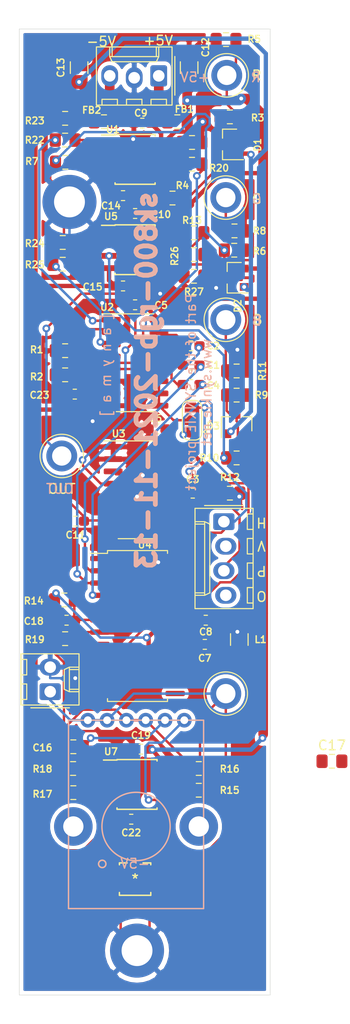
<source format=kicad_pcb>
(kicad_pcb (version 20171130) (host pcbnew "(5.1.5-0-10_14)")
  (layers (0 F.Cu signal) (31 B.Cu signal) (34 B.Paste user) (35 F.Paste user) (36 B.SilkS user) (37 F.SilkS user) (38 B.Mask user) (39 F.Mask user) (44 Edge.Cuts user))
  (net 0 "")
  (net 1 "Net-(C1-Pad2)")
  (net 2 "Net-(C2-Pad2)")
  (net 3 "Net-(C3-Pad1)")
  (net 4 "Net-(C4-Pad2)")
  (net 5 GND)
  (net 6 +5V)
  (net 7 -5V)
  (net 8 "Net-(C16-Pad1)")
  (net 9 "Net-(C17-Pad1)")
  (net 10 "Net-(D1-Pad3)")
  (net 11 "Net-(D2-Pad3)")
  (net 12 "Net-(D3-Pad3)")
  (net 13 "Net-(FB1-Pad1)")
  (net 14 "Net-(FB2-Pad1)")
  (net 15 "Net-(J1-Pad1)")
  (net 16 "Net-(J2-Pad1)")
  (net 17 "Net-(J3-Pad1)")
  (net 18 /hsync)
  (net 19 /porch)
  (net 20 "Net-(J6-Pad1)")
  (net 21 "Net-(R1-Pad2)")
  (net 22 "Net-(R4-Pad1)")
  (net 23 "Net-(R7-Pad1)")
  (net 24 "Net-(R10-Pad1)")
  (net 25 "Net-(R13-Pad2)")
  (net 26 "Net-(R15-Pad1)")
  (net 27 "Net-(R16-Pad1)")
  (net 28 "Net-(R17-Pad1)")
  (net 29 /clamped)
  (net 30 /sc)
  (net 31 /rin)
  (net 32 /gin)
  (net 33 /comp_out)
  (net 34 /bin)
  (net 35 "Net-(R20-Pad2)")
  (net 36 "Net-(R20-Pad1)")
  (net 37 "Net-(R22-Pad2)")
  (net 38 "Net-(R22-Pad1)")
  (net 39 "Net-(R24-Pad2)")
  (net 40 "Net-(R24-Pad1)")
  (net 41 "Net-(R26-Pad2)")
  (net 42 "Net-(J7-Pad1)")
  (net 43 "Net-(C7-Pad2)")
  (net 44 "Net-(C7-Pad1)")
  (net 45 "Net-(C18-Pad1)")
  (net 46 "Net-(JP1-Pad2)")
  (module synkie_footprints:C_0805_2012Metric_Pad1.15x1.40mm_HandSolder (layer F.Cu) (at 77.038 127.954)
    (fp_text reference C17 (at 0 -1.65) (layer F.SilkS))
    (fp_text value 10p)
    (pad 2 smd roundrect (at 1.025 0) (size 1.15 1.4) (layers F.Cu F.Paste F.Mask) (roundrect_rratio 0.217391) (net 5 GND))
    (pad 1 smd roundrect (at -1.025 0) (size 1.15 1.4) (layers F.Cu F.Paste F.Mask) (roundrect_rratio 0.217391) (net 9 "Net-(C17-Pad1)"))
  )
  (module synkie_footprints:R_0805_2012Metric_Pad1.15x1.40mm_HandSolder (layer F.Cu) (at 49.388 115.264)
    (fp_text reference R19 (at -3.15 0.09) (layer F.SilkS) (effects (font (size 0.7 0.7))))
    (fp_text value 460)
    (pad 2 smd roundrect (at 1.025 0) (size 1.15 1.4) (layers F.Cu F.Paste F.Mask) (roundrect_rratio 0.217391) (net 5 GND))
    (pad 1 smd roundrect (at -1.025 0) (size 1.15 1.4) (layers F.Cu F.Paste F.Mask) (roundrect_rratio 0.217391) (net 30 /sc))
  )
  (module synkie_footprints:R_0805_2012Metric_Pad1.15x1.40mm_HandSolder (layer F.Cu) (at 49.313 111.254)
    (fp_text reference R14 (at -3.175 0.1) (layer F.SilkS) (effects (font (size 0.7 0.7))))
    (fp_text value 460)
    (pad 2 smd roundrect (at 1.025 0) (size 1.15 1.4) (layers F.Cu F.Paste F.Mask) (roundrect_rratio 0.217391) (net 30 /sc))
    (pad 1 smd roundrect (at -1.025 0) (size 1.15 1.4) (layers F.Cu F.Paste F.Mask) (roundrect_rratio 0.217391) (net 6 +5V))
  )
  (module synkie_footprints:L_1206_3216Metric_Pad1.42x1.75mm_HandSolder (layer F.Cu) (at 67.438 115.354 90)
    (fp_text reference L1 (at 0 2.2 180) (layer F.SilkS) (effects (font (size 0.7 0.7))))
    (fp_text value L)
    (pad 2 smd roundrect (at 1.4875 0 90) (size 1.425 1.75) (layers F.Cu F.Paste F.Mask) (roundrect_rratio 0.175439) (net 5 GND))
    (pad 1 smd roundrect (at -1.4875 0 90) (size 1.425 1.75) (layers F.Cu F.Paste F.Mask) (roundrect_rratio 0.175439) (net 44 "Net-(C7-Pad1)"))
  )
  (module Jumper:SolderJumper-3_P1.3mm_Bridged12_RoundedPad1.0x1.5mm (layer F.Cu) (at 62.538 92.654 90)
    (fp_text reference JP1 hide)
    (fp_text value Jumper_3_Bridged12)
    (fp_poly (pts (xy -0.9 -0.3) (xy -0.4 -0.3) (xy -0.4 0.3) (xy -0.9 0.3)) (layer F.Cu) (width 0))
    (pad 1 smd custom (at -1.3 0 90) (size 1 0.5) (layers F.Cu F.Mask) (net 18 /hsync) (options (clearance outline) (anchor rect)) (primitives (gr_circle (center 0 0.25) (end 0.5 0.25) (width 0)) (gr_circle (center 0 -0.25) (end 0.5 -0.25) (width 0)) (gr_poly (pts (xy 0.55 -0.75) (xy 0 -0.75) (xy 0 0.75) (xy 0.55 0.75)) (width 0))))
    (pad 2 smd rect (at 0 0 90) (size 1 1.5) (layers F.Cu F.Mask) (net 46 "Net-(JP1-Pad2)"))
    (pad 3 smd custom (at 1.3 0 90) (size 1 0.5) (layers F.Cu F.Mask) (net 19 /porch) (options (clearance outline) (anchor rect)) (primitives (gr_circle (center 0 0.25) (end 0.5 0.25) (width 0)) (gr_circle (center 0 -0.25) (end 0.5 -0.25) (width 0)) (gr_poly (pts (xy -0.55 -0.75) (xy 0 -0.75) (xy 0 0.75) (xy -0.55 0.75)) (width 0))))
  )
  (module synkie_footprints:C_0603_1608Metric_Pad1.05x0.95mm_HandSolder (layer F.Cu) (at 49.538 113.354)
    (fp_text reference C18 (at -3.4 0.1) (layer F.SilkS) (effects (font (size 0.7 0.7))))
    (fp_text value ??)
    (pad 2 smd roundrect (at 0.875 0) (size 1.05 0.95) (layers F.Cu F.Paste F.Mask) (net 30 /sc))
    (pad 1 smd roundrect (at -0.875 0) (size 1.05 0.95) (layers F.Cu F.Paste F.Mask) (net 45 "Net-(C18-Pad1)"))
  )
  (module synkie_footprints:C_0603_1608Metric_Pad1.05x0.95mm_HandSolder (layer F.Cu) (at 63.863 115.854 180)
    (fp_text reference C7 (at 0 -1.43) (layer F.SilkS) (effects (font (size 0.7 0.7))))
    (fp_text value ??)
    (pad 2 smd roundrect (at 0.875 0 180) (size 1.05 0.95) (layers F.Cu F.Paste F.Mask) (net 43 "Net-(C7-Pad2)"))
    (pad 1 smd roundrect (at -0.875 0 180) (size 1.05 0.95) (layers F.Cu F.Paste F.Mask) (net 44 "Net-(C7-Pad1)"))
  )
  (module synkie_footprints:Solderpad-SYNKIEPAD-2mm (layer F.Cu) (at 49.038 96.354)
    (fp_text reference J6 hide)
    (fp_text value OUT)
    (pad 1 thru_hole circle (at 0 0) (size 3.2 3.2) (drill 2) (layers *.Cu *.Mask) (net 20 "Net-(J6-Pad1)"))
  )
  (module synkie_footprints:SOIC-8_3.9x4.9mm_P1.27mm (layer F.Cu) (at 56.838 130.354)
    (fp_text reference U7 (at -2.7 -3.4) (layer F.SilkS) (effects (font (size 0.7 0.7))))
    (fp_text value LMH6643)
    (pad 8 smd rect (at 2.7 -1.905) (size 1.55 0.6) (layers F.Cu F.Paste F.Mask) (net 6 +5V))
    (pad 7 smd rect (at 2.7 -0.635) (size 1.55 0.6) (layers F.Cu F.Paste F.Mask) (net 27 "Net-(R16-Pad1)"))
    (pad 6 smd rect (at 2.7 0.635) (size 1.55 0.6) (layers F.Cu F.Paste F.Mask) (net 26 "Net-(R15-Pad1)"))
    (pad 5 smd rect (at 2.7 1.905) (size 1.55 0.6) (layers F.Cu F.Paste F.Mask) (net 9 "Net-(C17-Pad1)"))
    (pad 4 smd rect (at -2.7 1.905) (size 1.55 0.6) (layers F.Cu F.Paste F.Mask) (net 7 -5V))
    (pad 3 smd rect (at -2.7 0.635) (size 1.55 0.6) (layers F.Cu F.Paste F.Mask) (net 8 "Net-(C16-Pad1)"))
    (pad 2 smd rect (at -2.7 -0.635) (size 1.55 0.6) (layers F.Cu F.Paste F.Mask) (net 28 "Net-(R17-Pad1)"))
    (pad 1 smd rect (at -2.7 -1.905) (size 1.55 0.6) (layers F.Cu F.Paste F.Mask) (net 45 "Net-(C18-Pad1)"))
  )
  (module synkie_footprints:TE_UMCC_2337019-1 (layer F.Cu) (at 56.638 140.154)
    (fp_text reference J9 hide)
    (fp_text value Subcarrier-In hide)
    (fp_text user * (at 0 0) (layer F.SilkS))
    (pad 1 smd rect (at 0 -1.5744) (size 1 1.05) (layers F.Cu F.Paste F.Mask) (net 42 "Net-(J7-Pad1)"))
    (pad 2 smd rect (at -1.497501 -0.049399) (size 1.0414 2.2098) (layers F.Cu F.Paste F.Mask) (net 5 GND))
    (pad 3 smd rect (at 1.497501 -0.049399) (size 1.0414 2.2098) (layers F.Cu F.Paste F.Mask) (net 5 GND))
  )
  (module synkie_footprints:Solderpad-SYNKIEPAD-2mm (layer F.Cu) (at 66.038 120.954)
    (fp_text reference J8 hide)
    (fp_text value Subcarrier-In)
    (pad 1 thru_hole circle (at 0 0) (size 3.2 3.2) (drill 2) (layers *.Cu *.Mask) (net 42 "Net-(J7-Pad1)"))
  )
  (module synkie_footprints:Molex_KK-254_AE-6410-02A_1x02_P2.54mm_Vertical (layer F.Cu) (at 47.838 120.754 90)
    (fp_text reference J7 hide)
    (fp_text value Subcarrier-In)
    (pad 2 thru_hole oval (at 2.54 0 90) (size 1.74 2.2) (drill 1.2) (layers *.Cu *.Mask) (net 5 GND))
    (pad 1 thru_hole roundrect (at 0 0 90) (size 1.74 2.2) (drill 1.2) (layers *.Cu *.Mask) (roundrect_rratio 0.143678) (net 42 "Net-(J7-Pad1)"))
  )
  (module synkie_footprints:Solderpad-SYNKIEPAD-2mm (layer F.Cu) (at 66.038 82.254)
    (fp_text reference J3 hide)
    (fp_text value B-IN)
    (pad 1 thru_hole circle (at 0 0) (size 3.2 3.2) (drill 2) (layers *.Cu *.Mask) (net 17 "Net-(J3-Pad1)"))
  )
  (module synkie_footprints:Solderpad-SYNKIEPAD-2mm (layer F.Cu) (at 66.038 69.604)
    (fp_text reference J2 hide)
    (fp_text value G-IN)
    (pad 1 thru_hole circle (at 0 0) (size 3.2 3.2) (drill 2) (layers *.Cu *.Mask) (net 16 "Net-(J2-Pad1)"))
  )
  (module synkie_footprints:Solderpad-SYNKIEPAD-2mm (layer F.Cu) (at 66.138 56.954)
    (fp_text reference J1 hide)
    (fp_text value R-IN)
    (pad 1 thru_hole circle (at 0 0) (size 3.2 3.2) (drill 2) (layers *.Cu *.Mask) (net 15 "Net-(J1-Pad1)"))
  )
  (module synkie_footprints:C_0603_1608Metric_Pad1.05x0.95mm_HandSolder (layer F.Cu) (at 50.388 89.954)
    (fp_text reference C23 (at -3.65 0.1) (layer F.SilkS) (effects (font (size 0.7 0.7))))
    (fp_text value 100n)
    (pad 2 smd roundrect (at 0.875 0) (size 1.05 0.95) (layers F.Cu F.Paste F.Mask) (net 7 -5V))
    (pad 1 smd roundrect (at -0.875 0) (size 1.05 0.95) (layers F.Cu F.Paste F.Mask) (net 5 GND))
  )
  (module synkie_footprints:R_0805_2012Metric_Pad1.15x1.40mm_HandSolder (layer F.Cu) (at 62.738 77.754)
    (fp_text reference R27 (at 0 1.6) (layer F.SilkS) (effects (font (size 0.7 0.7))))
    (fp_text value 160)
    (pad 2 smd roundrect (at 1.025 0) (size 1.15 1.4) (layers F.Cu F.Paste F.Mask) (roundrect_rratio 0.217391) (net 41 "Net-(R26-Pad2)"))
    (pad 1 smd roundrect (at -1.025 0) (size 1.15 1.4) (layers F.Cu F.Paste F.Mask) (roundrect_rratio 0.217391) (net 5 GND))
  )
  (module synkie_footprints:R_0805_2012Metric_Pad1.15x1.40mm_HandSolder (layer F.Cu) (at 62.738 75.504)
    (fp_text reference R26 (at -2 0.15 90) (layer F.SilkS) (effects (font (size 0.7 0.7))))
    (fp_text value 68)
    (pad 2 smd roundrect (at 1.025 0) (size 1.15 1.4) (layers F.Cu F.Paste F.Mask) (roundrect_rratio 0.217391) (net 41 "Net-(R26-Pad2)"))
    (pad 1 smd roundrect (at -1.025 0) (size 1.15 1.4) (layers F.Cu F.Paste F.Mask) (roundrect_rratio 0.217391) (net 25 "Net-(R13-Pad2)"))
  )
  (module synkie_footprints:MountingHole_3.2mm_M3_DIN965_Pad (layer F.Cu) (at 56.838 147.554)
    (fp_text reference H2 hide)
    (fp_text value MountingHole_Pad)
    (pad 1 thru_hole circle (at 0 0) (size 5.6 5.6) (drill 3.2) (layers *.Cu *.Mask) (net 5 GND))
  )
  (module synkie_footprints:MountingHole_3.2mm_M3_DIN965_Pad (layer F.Cu) (at 49.838 70.054)
    (fp_text reference H1 hide)
    (fp_text value MountingHole_Pad)
    (pad 1 thru_hole circle (at 0 0) (size 5.6 5.6) (drill 3.2) (layers *.Cu *.Mask) (net 5 GND))
  )
  (module synkie_footprints:SOIC-8_3.9x4.9mm_P1.27mm (layer F.Cu) (at 56.638 75.004)
    (fp_text reference U5 (at -2.5 -3.45) (layer F.SilkS) (effects (font (size 0.7 0.7))))
    (fp_text value Opamp_Dual_Generic)
    (pad 8 smd rect (at 2.7 -1.905) (size 1.55 0.6) (layers F.Cu F.Paste F.Mask) (net 6 +5V))
    (pad 7 smd rect (at 2.7 -0.635) (size 1.55 0.6) (layers F.Cu F.Paste F.Mask) (net 25 "Net-(R13-Pad2)"))
    (pad 6 smd rect (at 2.7 0.635) (size 1.55 0.6) (layers F.Cu F.Paste F.Mask) (net 41 "Net-(R26-Pad2)"))
    (pad 5 smd rect (at 2.7 1.905) (size 1.55 0.6) (layers F.Cu F.Paste F.Mask) (net 29 /clamped))
    (pad 4 smd rect (at -2.7 1.905) (size 1.55 0.6) (layers F.Cu F.Paste F.Mask) (net 7 -5V))
    (pad 3 smd rect (at -2.7 0.635) (size 1.55 0.6) (layers F.Cu F.Paste F.Mask) (net 24 "Net-(R10-Pad1)"))
    (pad 2 smd rect (at -2.7 -0.635) (size 1.55 0.6) (layers F.Cu F.Paste F.Mask) (net 39 "Net-(R24-Pad2)"))
    (pad 1 smd rect (at -2.7 -1.905) (size 1.55 0.6) (layers F.Cu F.Paste F.Mask) (net 39 "Net-(R24-Pad2)"))
  )
  (module Package_SO:SOP-24_7.5x15.4mm_P1.27mm (layer F.Cu) (at 57.638 113.954)
    (fp_text reference U4 (at 0 -8.4) (layer F.SilkS) (effects (font (size 0.7 0.7))))
    (fp_text value BH7236)
    (pad 24 smd roundrect (at 3.15 -6.985) (size 2 0.55) (layers F.Cu F.Paste F.Mask) (net 5 GND))
    (pad 23 smd roundrect (at 3.15 -5.715) (size 2 0.55) (layers F.Cu F.Paste F.Mask))
    (pad 22 smd roundrect (at 3.15 -4.445) (size 2 0.55) (layers F.Cu F.Paste F.Mask))
    (pad 21 smd roundrect (at 3.15 -3.175) (size 2 0.55) (layers F.Cu F.Paste F.Mask))
    (pad 20 smd roundrect (at 3.15 -1.905) (size 2 0.55) (layers F.Cu F.Paste F.Mask) (net 33 /comp_out))
    (pad 19 smd roundrect (at 3.15 -0.635) (size 2 0.55) (layers F.Cu F.Paste F.Mask) (net 6 +5V))
    (pad 18 smd roundrect (at 3.15 0.635) (size 2 0.55) (layers F.Cu F.Paste F.Mask))
    (pad 17 smd roundrect (at 3.15 1.905) (size 2 0.55) (layers F.Cu F.Paste F.Mask) (net 43 "Net-(C7-Pad2)"))
    (pad 16 smd roundrect (at 3.15 3.175) (size 2 0.55) (layers F.Cu F.Paste F.Mask))
    (pad 15 smd roundrect (at 3.15 4.445) (size 2 0.55) (layers F.Cu F.Paste F.Mask))
    (pad 14 smd roundrect (at 3.15 5.715) (size 2 0.55) (layers F.Cu F.Paste F.Mask))
    (pad 13 smd roundrect (at 3.15 6.985) (size 2 0.55) (layers F.Cu F.Paste F.Mask))
    (pad 12 smd roundrect (at -4.65 6.985) (size 2 0.55) (layers F.Cu F.Paste F.Mask) (net 6 +5V))
    (pad 11 smd roundrect (at -4.65 5.715) (size 2 0.55) (layers F.Cu F.Paste F.Mask))
    (pad 10 smd roundrect (at -4.65 4.445) (size 2 0.55) (layers F.Cu F.Paste F.Mask) (net 18 /hsync))
    (pad 9 smd roundrect (at -4.65 3.175) (size 2 0.55) (layers F.Cu F.Paste F.Mask))
    (pad 8 smd roundrect (at -4.65 1.905) (size 2 0.55) (layers F.Cu F.Paste F.Mask))
    (pad 7 smd roundrect (at -4.65 0.635) (size 2 0.55) (layers F.Cu F.Paste F.Mask) (net 5 GND))
    (pad 6 smd roundrect (at -4.65 -0.635) (size 2 0.55) (layers F.Cu F.Paste F.Mask) (net 30 /sc))
    (pad 5 smd roundrect (at -4.65 -1.905) (size 2 0.55) (layers F.Cu F.Paste F.Mask))
    (pad 4 smd roundrect (at -4.65 -3.175) (size 2 0.55) (layers F.Cu F.Paste F.Mask) (net 34 /bin))
    (pad 3 smd roundrect (at -4.65 -4.445) (size 2 0.55) (layers F.Cu F.Paste F.Mask) (net 32 /gin))
    (pad 2 smd roundrect (at -4.65 -5.715) (size 2 0.55) (layers F.Cu F.Paste F.Mask) (net 31 /rin))
    (pad 1 smd roundrect (at -4.65 -6.985) (size 2 0.55) (layers F.Cu F.Paste F.Mask) (net 5 GND))
  )
  (module synkie_footprints:SOIC-16_3.9x9.9mm_P1.27mm (layer F.Cu) (at 56.838 99.854)
    (fp_text reference U3 (at -1.9 -5.8) (layer F.SilkS) (effects (font (size 0.7 0.7))))
    (fp_text value 4053)
    (pad 1 smd roundrect (at -2.475 -4.445) (size 1.95 0.6) (layers F.Cu F.Paste F.Mask) (net 5 GND))
    (pad 2 smd roundrect (at -2.475 -3.175) (size 1.95 0.6) (layers F.Cu F.Paste F.Mask) (net 5 GND))
    (pad 3 smd roundrect (at -2.475 -1.905) (size 1.95 0.6) (layers F.Cu F.Paste F.Mask) (net 3 "Net-(C3-Pad1)"))
    (pad 4 smd roundrect (at -2.475 -0.635) (size 1.95 0.6) (layers F.Cu F.Paste F.Mask) (net 29 /clamped))
    (pad 5 smd roundrect (at -2.475 0.635) (size 1.95 0.6) (layers F.Cu F.Paste F.Mask) (net 5 GND))
    (pad 6 smd roundrect (at -2.475 1.905) (size 1.95 0.6) (layers F.Cu F.Paste F.Mask) (net 5 GND))
    (pad 7 smd roundrect (at -2.475 3.175) (size 1.95 0.6) (layers F.Cu F.Paste F.Mask) (net 7 -5V))
    (pad 8 smd roundrect (at -2.475 4.445) (size 1.95 0.6) (layers F.Cu F.Paste F.Mask) (net 5 GND))
    (pad 9 smd roundrect (at 2.475 4.445) (size 1.95 0.6) (layers F.Cu F.Paste F.Mask) (net 18 /hsync))
    (pad 10 smd roundrect (at 2.475 3.175) (size 1.95 0.6) (layers F.Cu F.Paste F.Mask) (net 5 GND))
    (pad 11 smd roundrect (at 2.475 1.905) (size 1.95 0.6) (layers F.Cu F.Paste F.Mask) (net 19 /porch))
    (pad 12 smd roundrect (at 2.475 0.635) (size 1.95 0.6) (layers F.Cu F.Paste F.Mask) (net 3 "Net-(C3-Pad1)"))
    (pad 13 smd roundrect (at 2.475 -0.635) (size 1.95 0.6) (layers F.Cu F.Paste F.Mask) (net 5 GND))
    (pad 14 smd roundrect (at 2.475 -1.905) (size 1.95 0.6) (layers F.Cu F.Paste F.Mask) (net 5 GND))
    (pad 15 smd roundrect (at 2.475 -3.175) (size 1.95 0.6) (layers F.Cu F.Paste F.Mask))
    (pad 16 smd roundrect (at 2.475 -4.445) (size 1.95 0.6) (layers F.Cu F.Paste F.Mask) (net 6 +5V))
  )
  (module synkie_footprints:SOIC-16_3.9x9.9mm_P1.27mm (layer F.Cu) (at 56.638 86.704)
    (fp_text reference U2 (at -2.9 -5.75) (layer F.SilkS) (effects (font (size 0.7 0.7))))
    (fp_text value 4053)
    (pad 1 smd roundrect (at -2.475 -4.445) (size 1.95 0.6) (layers F.Cu F.Paste F.Mask) (net 38 "Net-(R22-Pad1)"))
    (pad 2 smd roundrect (at -2.475 -3.175) (size 1.95 0.6) (layers F.Cu F.Paste F.Mask) (net 21 "Net-(R1-Pad2)"))
    (pad 3 smd roundrect (at -2.475 -1.905) (size 1.95 0.6) (layers F.Cu F.Paste F.Mask) (net 40 "Net-(R24-Pad1)"))
    (pad 4 smd roundrect (at -2.475 -0.635) (size 1.95 0.6) (layers F.Cu F.Paste F.Mask) (net 4 "Net-(C4-Pad2)"))
    (pad 5 smd roundrect (at -2.475 0.635) (size 1.95 0.6) (layers F.Cu F.Paste F.Mask) (net 21 "Net-(R1-Pad2)"))
    (pad 6 smd roundrect (at -2.475 1.905) (size 1.95 0.6) (layers F.Cu F.Paste F.Mask) (net 5 GND))
    (pad 7 smd roundrect (at -2.475 3.175) (size 1.95 0.6) (layers F.Cu F.Paste F.Mask) (net 7 -5V))
    (pad 8 smd roundrect (at -2.475 4.445) (size 1.95 0.6) (layers F.Cu F.Paste F.Mask) (net 5 GND))
    (pad 9 smd roundrect (at 2.475 4.445) (size 1.95 0.6) (layers F.Cu F.Paste F.Mask) (net 46 "Net-(JP1-Pad2)"))
    (pad 10 smd roundrect (at 2.475 3.175) (size 1.95 0.6) (layers F.Cu F.Paste F.Mask) (net 46 "Net-(JP1-Pad2)"))
    (pad 11 smd roundrect (at 2.475 1.905) (size 1.95 0.6) (layers F.Cu F.Paste F.Mask) (net 46 "Net-(JP1-Pad2)"))
    (pad 12 smd roundrect (at 2.475 0.635) (size 1.95 0.6) (layers F.Cu F.Paste F.Mask) (net 21 "Net-(R1-Pad2)"))
    (pad 13 smd roundrect (at 2.475 -0.635) (size 1.95 0.6) (layers F.Cu F.Paste F.Mask) (net 36 "Net-(R20-Pad1)"))
    (pad 14 smd roundrect (at 2.475 -1.905) (size 1.95 0.6) (layers F.Cu F.Paste F.Mask) (net 1 "Net-(C1-Pad2)"))
    (pad 15 smd roundrect (at 2.475 -3.175) (size 1.95 0.6) (layers F.Cu F.Paste F.Mask) (net 2 "Net-(C2-Pad2)"))
    (pad 16 smd roundrect (at 2.475 -4.445) (size 1.95 0.6) (layers F.Cu F.Paste F.Mask) (net 6 +5V))
  )
  (module synkie_footprints:SOIC-8_3.9x4.9mm_P1.27mm (layer F.Cu) (at 56.638 65.654)
    (fp_text reference U1 (at -2.3 -3.1) (layer F.SilkS) (effects (font (size 0.7 0.7))))
    (fp_text value Opamp_Dual_Generic)
    (pad 8 smd rect (at 2.7 -1.905) (size 1.55 0.6) (layers F.Cu F.Paste F.Mask) (net 6 +5V))
    (pad 7 smd rect (at 2.7 -0.635) (size 1.55 0.6) (layers F.Cu F.Paste F.Mask) (net 35 "Net-(R20-Pad2)"))
    (pad 6 smd rect (at 2.7 0.635) (size 1.55 0.6) (layers F.Cu F.Paste F.Mask) (net 35 "Net-(R20-Pad2)"))
    (pad 5 smd rect (at 2.7 1.905) (size 1.55 0.6) (layers F.Cu F.Paste F.Mask) (net 22 "Net-(R4-Pad1)"))
    (pad 4 smd rect (at -2.7 1.905) (size 1.55 0.6) (layers F.Cu F.Paste F.Mask) (net 7 -5V))
    (pad 3 smd rect (at -2.7 0.635) (size 1.55 0.6) (layers F.Cu F.Paste F.Mask) (net 23 "Net-(R7-Pad1)"))
    (pad 2 smd rect (at -2.7 -0.635) (size 1.55 0.6) (layers F.Cu F.Paste F.Mask) (net 37 "Net-(R22-Pad2)"))
    (pad 1 smd rect (at -2.7 -1.905) (size 1.55 0.6) (layers F.Cu F.Paste F.Mask) (net 37 "Net-(R22-Pad2)"))
  )
  (module synkie_footprints:RK12L123 (layer B.Cu) (at 56.738 123.704)
    (fp_text reference RV1 hide)
    (fp_text value R_POT_Dual)
    (pad 9 thru_hole circle (at -6.5 11) (size 4 4) (drill 2.1) (layers *.Cu *.Mask))
    (pad 7 thru_hole circle (at 6.5 11) (size 4 4) (drill 2.1) (layers *.Cu *.Mask))
    (pad 6 thru_hole circle (at 3 0) (size 1.524 1.524) (drill 0.8) (layers *.Cu *.Mask) (net 8 "Net-(C16-Pad1)"))
    (pad 5 thru_hole circle (at 1 0) (size 1.524 1.524) (drill 0.8) (layers *.Cu *.Mask) (net 27 "Net-(R16-Pad1)"))
    (pad 4 thru_hole circle (at -1 0) (size 1.524 1.524) (drill 0.8) (layers *.Cu *.Mask) (net 27 "Net-(R16-Pad1)"))
    (pad 3 thru_hole circle (at 5 0) (size 1.524 1.524) (drill 0.8) (layers *.Cu *.Mask) (net 9 "Net-(C17-Pad1)"))
    (pad 2 thru_hole circle (at -5 0) (size 1.524 1.524) (drill 0.8) (layers *.Cu *.Mask) (net 42 "Net-(J7-Pad1)"))
    (pad 1 thru_hole circle (at -3 0) (size 1.524 1.524) (drill 0.8) (layers *.Cu *.Mask) (net 42 "Net-(J7-Pad1)"))
  )
  (module synkie_footprints:R_0805_2012Metric_Pad1.15x1.40mm_HandSolder (layer F.Cu) (at 49.138 76.504)
    (fp_text reference R25 (at -2.9 0.05) (layer F.SilkS) (effects (font (size 0.7 0.7))))
    (fp_text value 460?)
    (pad 2 smd roundrect (at 1.025 0) (size 1.15 1.4) (layers F.Cu F.Paste F.Mask) (roundrect_rratio 0.217391) (net 5 GND))
    (pad 1 smd roundrect (at -1.025 0) (size 1.15 1.4) (layers F.Cu F.Paste F.Mask) (roundrect_rratio 0.217391) (net 40 "Net-(R24-Pad1)"))
  )
  (module synkie_footprints:R_0805_2012Metric_Pad1.15x1.40mm_HandSolder (layer F.Cu) (at 49.138 74.254)
    (fp_text reference R24 (at -2.9 0.1) (layer F.SilkS) (effects (font (size 0.7 0.7))))
    (fp_text value 160)
    (pad 2 smd roundrect (at 1.025 0) (size 1.15 1.4) (layers F.Cu F.Paste F.Mask) (roundrect_rratio 0.217391) (net 39 "Net-(R24-Pad2)"))
    (pad 1 smd roundrect (at -1.025 0) (size 1.15 1.4) (layers F.Cu F.Paste F.Mask) (roundrect_rratio 0.217391) (net 40 "Net-(R24-Pad1)"))
  )
  (module synkie_footprints:R_0805_2012Metric_Pad1.15x1.40mm_HandSolder (layer F.Cu) (at 49.388 61.404 180)
    (fp_text reference R23 (at 3.15 -0.25) (layer F.SilkS) (effects (font (size 0.7 0.7))))
    (fp_text value 460?)
    (pad 2 smd roundrect (at 1.025 0 180) (size 1.15 1.4) (layers F.Cu F.Paste F.Mask) (roundrect_rratio 0.217391) (net 5 GND))
    (pad 1 smd roundrect (at -1.025 0 180) (size 1.15 1.4) (layers F.Cu F.Paste F.Mask) (roundrect_rratio 0.217391) (net 38 "Net-(R22-Pad1)"))
  )
  (module synkie_footprints:R_0805_2012Metric_Pad1.15x1.40mm_HandSolder (layer F.Cu) (at 49.388 63.654)
    (fp_text reference R22 (at -3.15 0) (layer F.SilkS) (effects (font (size 0.7 0.7))))
    (fp_text value 160)
    (pad 2 smd roundrect (at 1.025 0) (size 1.15 1.4) (layers F.Cu F.Paste F.Mask) (roundrect_rratio 0.217391) (net 37 "Net-(R22-Pad2)"))
    (pad 1 smd roundrect (at -1.025 0) (size 1.15 1.4) (layers F.Cu F.Paste F.Mask) (roundrect_rratio 0.217391) (net 38 "Net-(R22-Pad1)"))
  )
  (module synkie_footprints:R_0805_2012Metric_Pad1.15x1.40mm_HandSolder (layer F.Cu) (at 62.538 63.904)
    (fp_text reference R21 hide)
    (fp_text value 460?)
    (pad 2 smd roundrect (at 1.025 0) (size 1.15 1.4) (layers F.Cu F.Paste F.Mask) (roundrect_rratio 0.217391) (net 5 GND))
    (pad 1 smd roundrect (at -1.025 0) (size 1.15 1.4) (layers F.Cu F.Paste F.Mask) (roundrect_rratio 0.217391) (net 36 "Net-(R20-Pad1)"))
  )
  (module synkie_footprints:R_0805_2012Metric_Pad1.15x1.40mm_HandSolder (layer F.Cu) (at 62.538 66.154 180)
    (fp_text reference R20 (at -2.8 -0.4) (layer F.SilkS) (effects (font (size 0.7 0.7))))
    (fp_text value 160)
    (pad 2 smd roundrect (at 1.025 0 180) (size 1.15 1.4) (layers F.Cu F.Paste F.Mask) (roundrect_rratio 0.217391) (net 35 "Net-(R20-Pad2)"))
    (pad 1 smd roundrect (at -1.025 0 180) (size 1.15 1.4) (layers F.Cu F.Paste F.Mask) (roundrect_rratio 0.217391) (net 36 "Net-(R20-Pad1)"))
  )
  (module synkie_footprints:R_0805_2012Metric_Pad1.15x1.40mm_HandSolder (layer F.Cu) (at 50.213 128.704)
    (fp_text reference R18 (at -3.175 0.05) (layer F.SilkS) (effects (font (size 0.7 0.7))))
    (fp_text value 220)
    (pad 2 smd roundrect (at 1.025 0) (size 1.15 1.4) (layers F.Cu F.Paste F.Mask) (roundrect_rratio 0.217391) (net 28 "Net-(R17-Pad1)"))
    (pad 1 smd roundrect (at -1.025 0) (size 1.15 1.4) (layers F.Cu F.Paste F.Mask) (roundrect_rratio 0.217391) (net 45 "Net-(C18-Pad1)"))
  )
  (module synkie_footprints:R_0805_2012Metric_Pad1.15x1.40mm_HandSolder (layer F.Cu) (at 50.238 131.204 180)
    (fp_text reference R17 (at 3.2 -0.15) (layer F.SilkS) (effects (font (size 0.7 0.7))))
    (fp_text value 220)
    (pad 2 smd roundrect (at 1.025 0 180) (size 1.15 1.4) (layers F.Cu F.Paste F.Mask) (roundrect_rratio 0.217391) (net 27 "Net-(R16-Pad1)"))
    (pad 1 smd roundrect (at -1.025 0 180) (size 1.15 1.4) (layers F.Cu F.Paste F.Mask) (roundrect_rratio 0.217391) (net 28 "Net-(R17-Pad1)"))
  )
  (module synkie_footprints:R_0805_2012Metric_Pad1.15x1.40mm_HandSolder (layer F.Cu) (at 63.238 128.704)
    (fp_text reference R16 (at 3.2 0.05) (layer F.SilkS) (effects (font (size 0.7 0.7))))
    (fp_text value 220)
    (pad 2 smd roundrect (at 1.025 0) (size 1.15 1.4) (layers F.Cu F.Paste F.Mask) (roundrect_rratio 0.217391) (net 26 "Net-(R15-Pad1)"))
    (pad 1 smd roundrect (at -1.025 0) (size 1.15 1.4) (layers F.Cu F.Paste F.Mask) (roundrect_rratio 0.217391) (net 27 "Net-(R16-Pad1)"))
  )
  (module synkie_footprints:R_0805_2012Metric_Pad1.15x1.40mm_HandSolder (layer F.Cu) (at 63.238 130.954 180)
    (fp_text reference R15 (at -3.2 0) (layer F.SilkS) (effects (font (size 0.7 0.7))))
    (fp_text value 220)
    (pad 2 smd roundrect (at 1.025 0 180) (size 1.15 1.4) (layers F.Cu F.Paste F.Mask) (roundrect_rratio 0.217391) (net 42 "Net-(J7-Pad1)"))
    (pad 1 smd roundrect (at -1.025 0 180) (size 1.15 1.4) (layers F.Cu F.Paste F.Mask) (roundrect_rratio 0.217391) (net 26 "Net-(R15-Pad1)"))
  )
  (module synkie_footprints:R_0805_2012Metric_Pad1.15x1.40mm_HandSolder (layer F.Cu) (at 62.738 73.254)
    (fp_text reference R13 (at -0.2 -1.3) (layer F.SilkS) (effects (font (size 0.7 0.7))))
    (fp_text value 75)
    (pad 2 smd roundrect (at 1.025 0) (size 1.15 1.4) (layers F.Cu F.Paste F.Mask) (roundrect_rratio 0.217391) (net 25 "Net-(R13-Pad2)"))
    (pad 1 smd roundrect (at -1.025 0) (size 1.15 1.4) (layers F.Cu F.Paste F.Mask) (roundrect_rratio 0.217391) (net 20 "Net-(J6-Pad1)"))
  )
  (module synkie_footprints:R_0805_2012Metric_Pad1.15x1.40mm_HandSolder (layer F.Cu) (at 66.463 100.204)
    (fp_text reference R12 (at 0 -1.65) (layer F.SilkS) (effects (font (size 0.7 0.7))))
    (fp_text value 75)
    (pad 2 smd roundrect (at 1.025 0) (size 1.15 1.4) (layers F.Cu F.Paste F.Mask) (roundrect_rratio 0.217391) (net 5 GND))
    (pad 1 smd roundrect (at -1.025 0) (size 1.15 1.4) (layers F.Cu F.Paste F.Mask) (roundrect_rratio 0.217391) (net 33 /comp_out))
  )
  (module synkie_footprints:R_0805_2012Metric_Pad1.15x1.40mm_HandSolder (layer F.Cu) (at 67.158 87.554 180)
    (fp_text reference R11 (at -2.68 0 90) (layer F.SilkS) (effects (font (size 0.7 0.7))))
    (fp_text value 15k)
    (pad 2 smd roundrect (at 1.025 0 180) (size 1.15 1.4) (layers F.Cu F.Paste F.Mask) (roundrect_rratio 0.217391) (net 17 "Net-(J3-Pad1)"))
    (pad 1 smd roundrect (at -1.025 0 180) (size 1.15 1.4) (layers F.Cu F.Paste F.Mask) (roundrect_rratio 0.217391) (net 5 GND))
  )
  (module synkie_footprints:R_0805_2012Metric_Pad1.15x1.40mm_HandSolder (layer F.Cu) (at 67.158 96.554)
    (fp_text reference R10 (at -2.82 0) (layer F.SilkS) (effects (font (size 0.7 0.7))))
    (fp_text value 75)
    (pad 2 smd roundrect (at 1.025 0) (size 1.15 1.4) (layers F.Cu F.Paste F.Mask) (roundrect_rratio 0.217391) (net 12 "Net-(D3-Pad3)"))
    (pad 1 smd roundrect (at -1.025 0) (size 1.15 1.4) (layers F.Cu F.Paste F.Mask) (roundrect_rratio 0.217391) (net 24 "Net-(R10-Pad1)"))
  )
  (module synkie_footprints:R_0805_2012Metric_Pad1.15x1.40mm_HandSolder (layer F.Cu) (at 67.158 90.054)
    (fp_text reference R9 (at 2.58 0) (layer F.SilkS) (effects (font (size 0.7 0.7))))
    (fp_text value 75)
    (pad 2 smd roundrect (at 1.025 0) (size 1.15 1.4) (layers F.Cu F.Paste F.Mask) (roundrect_rratio 0.217391) (net 17 "Net-(J3-Pad1)"))
    (pad 1 smd roundrect (at -1.025 0) (size 1.15 1.4) (layers F.Cu F.Paste F.Mask) (roundrect_rratio 0.217391) (net 12 "Net-(D3-Pad3)"))
  )
  (module synkie_footprints:R_0805_2012Metric_Pad1.15x1.40mm_HandSolder (layer F.Cu) (at 66.938 73.054 180)
    (fp_text reference R8 (at -2.6 0) (layer F.SilkS) (effects (font (size 0.7 0.7))))
    (fp_text value 15k)
    (pad 2 smd roundrect (at 1.025 0 180) (size 1.15 1.4) (layers F.Cu F.Paste F.Mask) (roundrect_rratio 0.217391) (net 16 "Net-(J2-Pad1)"))
    (pad 1 smd roundrect (at -1.025 0 180) (size 1.15 1.4) (layers F.Cu F.Paste F.Mask) (roundrect_rratio 0.217391) (net 5 GND))
  )
  (module synkie_footprints:R_0805_2012Metric_Pad1.15x1.40mm_HandSolder (layer F.Cu) (at 49.413 65.954 180)
    (fp_text reference R7 (at 3.475 0.1) (layer F.SilkS) (effects (font (size 0.7 0.7))))
    (fp_text value 75)
    (pad 2 smd roundrect (at 1.025 0 180) (size 1.15 1.4) (layers F.Cu F.Paste F.Mask) (roundrect_rratio 0.217391) (net 11 "Net-(D2-Pad3)"))
    (pad 1 smd roundrect (at -1.025 0 180) (size 1.15 1.4) (layers F.Cu F.Paste F.Mask) (roundrect_rratio 0.217391) (net 23 "Net-(R7-Pad1)"))
  )
  (module synkie_footprints:R_0805_2012Metric_Pad1.15x1.40mm_HandSolder (layer F.Cu) (at 66.913 75.054)
    (fp_text reference R6 (at 2.625 0.1) (layer F.SilkS) (effects (font (size 0.7 0.7))))
    (fp_text value 75)
    (pad 2 smd roundrect (at 1.025 0) (size 1.15 1.4) (layers F.Cu F.Paste F.Mask) (roundrect_rratio 0.217391) (net 16 "Net-(J2-Pad1)"))
    (pad 1 smd roundrect (at -1.025 0) (size 1.15 1.4) (layers F.Cu F.Paste F.Mask) (roundrect_rratio 0.217391) (net 11 "Net-(D2-Pad3)"))
  )
  (module synkie_footprints:R_0805_2012Metric_Pad1.15x1.40mm_HandSolder (layer F.Cu) (at 66.063 53.254)
    (fp_text reference R5 (at 2.92 -0.05) (layer F.SilkS) (effects (font (size 0.7 0.7))))
    (fp_text value 15k)
    (pad 2 smd roundrect (at 1.025 0) (size 1.15 1.4) (layers F.Cu F.Paste F.Mask) (roundrect_rratio 0.217391) (net 15 "Net-(J1-Pad1)"))
    (pad 1 smd roundrect (at -1.025 0) (size 1.15 1.4) (layers F.Cu F.Paste F.Mask) (roundrect_rratio 0.217391) (net 5 GND))
  )
  (module synkie_footprints:R_0805_2012Metric_Pad1.15x1.40mm_HandSolder (layer F.Cu) (at 60.513 69.654)
    (fp_text reference R4 (at 1.025 -1.3) (layer F.SilkS) (effects (font (size 0.7 0.7))))
    (fp_text value 75)
    (pad 2 smd roundrect (at 1.025 0) (size 1.15 1.4) (layers F.Cu F.Paste F.Mask) (roundrect_rratio 0.217391) (net 10 "Net-(D1-Pad3)"))
    (pad 1 smd roundrect (at -1.025 0) (size 1.15 1.4) (layers F.Cu F.Paste F.Mask) (roundrect_rratio 0.217391) (net 22 "Net-(R4-Pad1)"))
  )
  (module synkie_footprints:R_0805_2012Metric_Pad1.15x1.40mm_HandSolder (layer F.Cu) (at 66.458 61.254)
    (fp_text reference R3 (at 2.88 0.1) (layer F.SilkS) (effects (font (size 0.7 0.7))))
    (fp_text value 75)
    (pad 2 smd roundrect (at 1.025 0) (size 1.15 1.4) (layers F.Cu F.Paste F.Mask) (roundrect_rratio 0.217391) (net 15 "Net-(J1-Pad1)"))
    (pad 1 smd roundrect (at -1.025 0) (size 1.15 1.4) (layers F.Cu F.Paste F.Mask) (roundrect_rratio 0.217391) (net 10 "Net-(D1-Pad3)"))
  )
  (module synkie_footprints:R_0805_2012Metric_Pad1.15x1.40mm_HandSolder (layer F.Cu) (at 49.388 87.954)
    (fp_text reference R2 (at -2.95 0.2) (layer F.SilkS) (effects (font (size 0.7 0.7))))
    (fp_text value 1k5?)
    (pad 2 smd roundrect (at 1.025 0) (size 1.15 1.4) (layers F.Cu F.Paste F.Mask) (roundrect_rratio 0.217391) (net 7 -5V))
    (pad 1 smd roundrect (at -1.025 0) (size 1.15 1.4) (layers F.Cu F.Paste F.Mask) (roundrect_rratio 0.217391) (net 21 "Net-(R1-Pad2)"))
  )
  (module synkie_footprints:R_0805_2012Metric_Pad1.15x1.40mm_HandSolder (layer F.Cu) (at 49.388 85.454)
    (fp_text reference R1 (at -2.95 -0.1) (layer F.SilkS) (effects (font (size 0.7 0.7))))
    (fp_text value 100)
    (pad 2 smd roundrect (at 1.025 0) (size 1.15 1.4) (layers F.Cu F.Paste F.Mask) (roundrect_rratio 0.217391) (net 21 "Net-(R1-Pad2)"))
    (pad 1 smd roundrect (at -1.025 0) (size 1.15 1.4) (layers F.Cu F.Paste F.Mask) (roundrect_rratio 0.217391) (net 5 GND))
  )
  (module synkie_footprints:Molex_KK-254_AE-6410-03A_1x03_P2.54mm_Vertical (layer F.Cu) (at 59.088 57.004 180)
    (fp_text reference J5 hide)
    (fp_text value Conn_01x03)
    (pad 3 thru_hole oval (at 5.08 0 180) (size 1.74 2.2) (drill 1.2) (layers *.Cu *.Mask) (net 14 "Net-(FB2-Pad1)"))
    (pad 2 thru_hole oval (at 2.54 -0.2 180) (size 1.74 2.2) (drill 1.2) (layers *.Cu *.Mask) (net 5 GND))
    (pad 1 thru_hole roundrect (at 0 0 180) (size 1.74 2.2) (drill 1.2) (layers *.Cu *.Mask) (roundrect_rratio 0.143678) (net 13 "Net-(FB1-Pad1)"))
  )
  (module synkie_footprints:Molex_KK-254_AE-6410-04A_1x04_P2.54mm_Vertical (layer F.Cu) (at 65.838 103.154 270)
    (fp_text reference J4 hide)
    (fp_text value Conn_01x04)
    (pad 1 thru_hole roundrect (at 0 0 270) (size 1.74 2.2) (drill 1.2) (layers *.Cu *.Mask) (roundrect_rratio 0.143678) (net 18 /hsync))
    (pad 2 thru_hole oval (at 2.54 -0.2 270) (size 1.74 2.2) (drill 1.2) (layers *.Cu *.Mask))
    (pad 3 thru_hole oval (at 5.08 0 270) (size 1.74 2.2) (drill 1.2) (layers *.Cu *.Mask) (net 19 /porch))
    (pad 4 thru_hole oval (at 7.62 -0.2 270) (size 1.74 2.2) (drill 1.2) (layers *.Cu *.Mask))
  )
  (module synkie_footprints:L_0805_2012Metric_Pad1.15x1.40mm_HandSolder (layer F.Cu) (at 53.413 61.754 180)
    (fp_text reference FB2 (at 1.275 1.2) (layer F.SilkS) (effects (font (size 0.7 0.7))))
    (fp_text value Ferrite_Bead)
    (pad 1 smd roundrect (at -1.025 0 180) (size 1.15 1.4) (layers F.Cu F.Paste F.Mask) (roundrect_rratio 0.217391) (net 14 "Net-(FB2-Pad1)"))
    (pad 2 smd roundrect (at 1.025 0 180) (size 1.15 1.4) (layers F.Cu F.Paste F.Mask) (roundrect_rratio 0.217391) (net 7 -5V))
  )
  (module synkie_footprints:L_0805_2012Metric_Pad1.15x1.40mm_HandSolder (layer F.Cu) (at 61.013 61.754)
    (fp_text reference FB1 (at 0.725 -1.3) (layer F.SilkS) (effects (font (size 0.7 0.7))))
    (fp_text value Ferrite_Bead)
    (pad 1 smd roundrect (at -1.025 0) (size 1.15 1.4) (layers F.Cu F.Paste F.Mask) (roundrect_rratio 0.217391) (net 13 "Net-(FB1-Pad1)"))
    (pad 2 smd roundrect (at 1.025 0) (size 1.15 1.4) (layers F.Cu F.Paste F.Mask) (roundrect_rratio 0.217391) (net 6 +5V))
  )
  (module Package_TO_SOT_SMD:SOT-23 (layer F.Cu) (at 67.158 93.054 90)
    (fp_text reference D3 (at -0.2 -2.42 180) (layer F.SilkS) (effects (font (size 0.7 0.7))))
    (fp_text value BAT54S)
    (pad 3 smd rect (at 1 0 90) (size 0.9 0.8) (layers F.Cu F.Paste F.Mask) (net 12 "Net-(D3-Pad3)"))
    (pad 2 smd rect (at -1 0.95 90) (size 0.9 0.8) (layers F.Cu F.Paste F.Mask) (net 6 +5V))
    (pad 1 smd rect (at -1 -0.95 90) (size 0.9 0.8) (layers F.Cu F.Paste F.Mask) (net 7 -5V))
  )
  (module Package_TO_SOT_SMD:SOT-23 (layer F.Cu) (at 66.938 77.904 180)
    (fp_text reference D2 (at -0.35 -2.92 270) (layer F.SilkS) (effects (font (size 0.7 0.7))))
    (fp_text value BAT54S)
    (pad 3 smd rect (at 1 0 180) (size 0.9 0.8) (layers F.Cu F.Paste F.Mask) (net 11 "Net-(D2-Pad3)"))
    (pad 2 smd rect (at -1 0.95 180) (size 0.9 0.8) (layers F.Cu F.Paste F.Mask) (net 6 +5V))
    (pad 1 smd rect (at -1 -0.95 180) (size 0.9 0.8) (layers F.Cu F.Paste F.Mask) (net 7 -5V))
  )
  (module Package_TO_SOT_SMD:SOT-23 (layer F.Cu) (at 66.458 64.104 180)
    (fp_text reference D1 (at -2.88 -0.05 270) (layer F.SilkS) (effects (font (size 0.7 0.7))))
    (fp_text value BAT54S)
    (pad 3 smd rect (at 1 0 180) (size 0.9 0.8) (layers F.Cu F.Paste F.Mask) (net 10 "Net-(D1-Pad3)"))
    (pad 2 smd rect (at -1 0.95 180) (size 0.9 0.8) (layers F.Cu F.Paste F.Mask) (net 6 +5V))
    (pad 1 smd rect (at -1 -0.95 180) (size 0.9 0.8) (layers F.Cu F.Paste F.Mask) (net 7 -5V))
  )
  (module synkie_footprints:C_0603_1608Metric_Pad1.05x0.95mm_HandSolder (layer F.Cu) (at 56.238 133.954)
    (fp_text reference C22 (at 0 1.4) (layer F.SilkS) (effects (font (size 0.7 0.7))))
    (fp_text value 100n)
    (pad 2 smd roundrect (at 0.875 0) (size 1.05 0.95) (layers F.Cu F.Paste F.Mask) (net 5 GND))
    (pad 1 smd roundrect (at -0.875 0) (size 1.05 0.95) (layers F.Cu F.Paste F.Mask) (net 7 -5V))
  )
  (module synkie_footprints:C_0603_1608Metric_Pad1.05x0.95mm_HandSolder (layer F.Cu) (at 57.238 126.704)
    (fp_text reference C19 (at 0 -1.43) (layer F.SilkS) (effects (font (size 0.7 0.7))))
    (fp_text value 100n)
    (pad 2 smd roundrect (at 0.875 0) (size 1.05 0.95) (layers F.Cu F.Paste F.Mask) (net 6 +5V))
    (pad 1 smd roundrect (at -0.875 0) (size 1.05 0.95) (layers F.Cu F.Paste F.Mask) (net 5 GND))
  )
  (module synkie_footprints:C_0805_2012Metric_Pad1.15x1.40mm_HandSolder (layer F.Cu) (at 50.238 126.454 180)
    (fp_text reference C16 (at 3.2 -0.1) (layer F.SilkS) (effects (font (size 0.7 0.7))))
    (fp_text value 10p)
    (pad 2 smd roundrect (at 1.025 0 180) (size 1.15 1.4) (layers F.Cu F.Paste F.Mask) (roundrect_rratio 0.217391) (net 5 GND))
    (pad 1 smd roundrect (at -1.025 0 180) (size 1.15 1.4) (layers F.Cu F.Paste F.Mask) (roundrect_rratio 0.217391) (net 8 "Net-(C16-Pad1)"))
  )
  (module synkie_footprints:C_0603_1608Metric_Pad1.05x0.95mm_HandSolder (layer F.Cu) (at 55.388 78.754 180)
    (fp_text reference C15 (at 3.15 -0.1) (layer F.SilkS) (effects (font (size 0.7 0.7))))
    (fp_text value 100n)
    (pad 2 smd roundrect (at 0.875 0 180) (size 1.05 0.95) (layers F.Cu F.Paste F.Mask) (net 7 -5V))
    (pad 1 smd roundrect (at -0.875 0 180) (size 1.05 0.95) (layers F.Cu F.Paste F.Mask) (net 5 GND))
  )
  (module synkie_footprints:C_0603_1608Metric_Pad1.05x0.95mm_HandSolder (layer F.Cu) (at 55.388 69.404)
    (fp_text reference C14 (at -1.25 1.05) (layer F.SilkS) (effects (font (size 0.7 0.7))))
    (fp_text value 100n)
    (pad 2 smd roundrect (at 0.875 0) (size 1.05 0.95) (layers F.Cu F.Paste F.Mask) (net 5 GND))
    (pad 1 smd roundrect (at -0.875 0) (size 1.05 0.95) (layers F.Cu F.Paste F.Mask) (net 7 -5V))
  )
  (module synkie_footprints:C_1206_3216Metric_Pad1.42x1.75mm_HandSolder (layer F.Cu) (at 50.838 56.154 270)
    (fp_text reference C13 (at 0 1.9 90) (layer F.SilkS) (effects (font (size 0.7 0.7))))
    (fp_text value CP)
    (pad 2 smd roundrect (at 1.4875 0 270) (size 1.425 1.75) (layers F.Cu F.Paste F.Mask) (roundrect_rratio 0.175439) (net 7 -5V))
    (pad 1 smd roundrect (at -1.4875 0 270) (size 1.425 1.75) (layers F.Cu F.Paste F.Mask) (roundrect_rratio 0.175439) (net 5 GND))
  )
  (module synkie_footprints:C_1206_3216Metric_Pad1.42x1.75mm_HandSolder (layer F.Cu) (at 62.238 56.154 90)
    (fp_text reference C12 (at 2.1 1.7 90) (layer F.SilkS) (effects (font (size 0.7 0.7))))
    (fp_text value CP)
    (pad 2 smd roundrect (at 1.4875 0 90) (size 1.425 1.75) (layers F.Cu F.Paste F.Mask) (roundrect_rratio 0.175439) (net 5 GND))
    (pad 1 smd roundrect (at -1.4875 0 90) (size 1.425 1.75) (layers F.Cu F.Paste F.Mask) (roundrect_rratio 0.175439) (net 6 +5V))
  )
  (module synkie_footprints:C_0603_1608Metric_Pad1.05x0.95mm_HandSolder (layer F.Cu) (at 50.463 103.104 180)
    (fp_text reference C11 (at 0 -1.43) (layer F.SilkS) (effects (font (size 0.7 0.7))))
    (fp_text value 100n)
    (pad 2 smd roundrect (at 0.875 0 180) (size 1.05 0.95) (layers F.Cu F.Paste F.Mask) (net 5 GND))
    (pad 1 smd roundrect (at -0.875 0 180) (size 1.05 0.95) (layers F.Cu F.Paste F.Mask) (net 7 -5V))
  )
  (module synkie_footprints:C_0603_1608Metric_Pad1.05x0.95mm_HandSolder (layer F.Cu) (at 56.638 71.254)
    (fp_text reference C10 (at 2.7 0.1) (layer F.SilkS) (effects (font (size 0.7 0.7))))
    (fp_text value 100n)
    (pad 2 smd roundrect (at 0.875 0) (size 1.05 0.95) (layers F.Cu F.Paste F.Mask) (net 6 +5V))
    (pad 1 smd roundrect (at -0.875 0) (size 1.05 0.95) (layers F.Cu F.Paste F.Mask) (net 5 GND))
  )
  (module synkie_footprints:C_0603_1608Metric_Pad1.05x0.95mm_HandSolder (layer F.Cu) (at 57.388 61.904 180)
    (fp_text reference C9 (at 0.15 1.05) (layer F.SilkS) (effects (font (size 0.7 0.7))))
    (fp_text value 100n)
    (pad 2 smd roundrect (at 0.875 0 180) (size 1.05 0.95) (layers F.Cu F.Paste F.Mask) (net 5 GND))
    (pad 1 smd roundrect (at -0.875 0 180) (size 1.05 0.95) (layers F.Cu F.Paste F.Mask) (net 6 +5V))
  )
  (module synkie_footprints:C_0603_1608Metric_Pad1.05x0.95mm_HandSolder (layer F.Cu) (at 63.963 113.354 180)
    (fp_text reference C8 (at 0 -1.2) (layer F.SilkS) (effects (font (size 0.7 0.7))))
    (fp_text value 100n)
    (pad 2 smd roundrect (at 0.875 0 180) (size 1.05 0.95) (layers F.Cu F.Paste F.Mask) (net 6 +5V))
    (pad 1 smd roundrect (at -0.875 0 180) (size 1.05 0.95) (layers F.Cu F.Paste F.Mask) (net 5 GND))
  )
  (module synkie_footprints:C_0603_1608Metric_Pad1.05x0.95mm_HandSolder (layer F.Cu) (at 58.913 93.554 180)
    (fp_text reference C6 (at 0.175 1.1) (layer F.SilkS) (effects (font (size 0.7 0.7))))
    (fp_text value 100n)
    (pad 2 smd roundrect (at 0.875 0 180) (size 1.05 0.95) (layers F.Cu F.Paste F.Mask) (net 5 GND))
    (pad 1 smd roundrect (at -0.875 0 180) (size 1.05 0.95) (layers F.Cu F.Paste F.Mask) (net 6 +5V))
  )
  (module synkie_footprints:C_0603_1608Metric_Pad1.05x0.95mm_HandSolder (layer F.Cu) (at 56.638 80.704 180)
    (fp_text reference C5 (at -2.7 -0.05) (layer F.SilkS) (effects (font (size 0.7 0.7))))
    (fp_text value 100n)
    (pad 2 smd roundrect (at 0.875 0 180) (size 1.05 0.95) (layers F.Cu F.Paste F.Mask) (net 5 GND))
    (pad 1 smd roundrect (at -0.875 0 180) (size 1.05 0.95) (layers F.Cu F.Paste F.Mask) (net 6 +5V))
  )
  (module synkie_footprints:C_0603_1608Metric_Pad1.05x0.95mm_HandSolder (layer F.Cu) (at 62.438 88.954 180)
    (fp_text reference C4 (at -2.3 -0.1) (layer F.SilkS) (effects (font (size 0.7 0.7))))
    (fp_text value 100n)
    (pad 2 smd roundrect (at 0.875 0 180) (size 1.05 0.95) (layers F.Cu F.Paste F.Mask) (net 4 "Net-(C4-Pad2)"))
    (pad 1 smd roundrect (at -0.875 0 180) (size 1.05 0.95) (layers F.Cu F.Paste F.Mask) (net 34 /bin))
  )
  (module synkie_footprints:C_0603_1608Metric_Pad1.05x0.95mm_HandSolder (layer F.Cu) (at 62.613 100.204)
    (fp_text reference C3 (at 0 -1.43) (layer F.SilkS) (effects (font (size 0.7 0.7))))
    (fp_text value 1u)
    (pad 2 smd roundrect (at 0.875 0) (size 1.05 0.95) (layers F.Cu F.Paste F.Mask) (net 33 /comp_out))
    (pad 1 smd roundrect (at -0.875 0) (size 1.05 0.95) (layers F.Cu F.Paste F.Mask) (net 3 "Net-(C3-Pad1)"))
  )
  (module synkie_footprints:C_0603_1608Metric_Pad1.05x0.95mm_HandSolder (layer F.Cu) (at 62.438 84.954 180)
    (fp_text reference C2 (at -2.3 0) (layer F.SilkS) (effects (font (size 0.7 0.7))))
    (fp_text value 100n)
    (pad 2 smd roundrect (at 0.875 0 180) (size 1.05 0.95) (layers F.Cu F.Paste F.Mask) (net 2 "Net-(C2-Pad2)"))
    (pad 1 smd roundrect (at -0.875 0 180) (size 1.05 0.95) (layers F.Cu F.Paste F.Mask) (net 32 /gin))
  )
  (module synkie_footprints:C_0603_1608Metric_Pad1.05x0.95mm_HandSolder (layer F.Cu) (at 62.438 86.954 180)
    (fp_text reference C1 (at -2.3 0) (layer F.SilkS) (effects (font (size 0.7 0.7))))
    (fp_text value 100n)
    (pad 2 smd roundrect (at 0.875 0 180) (size 1.05 0.95) (layers F.Cu F.Paste F.Mask) (net 1 "Net-(C1-Pad2)"))
    (pad 1 smd roundrect (at -0.875 0 180) (size 1.05 0.95) (layers F.Cu F.Paste F.Mask) (net 31 /rin))
  )
  (gr_text -5V (at 53.138 53.454) (layer F.SilkS) (effects (font (size 1 1))))
  (gr_line (start 70.638 52.154) (end 68.638 52.154) (layer Edge.Cuts) (width 0.05))
  (gr_line (start 70.638 152.154) (end 70.638 52.154) (layer Edge.Cuts) (width 0.05))
  (gr_line (start 68.638 152.154) (end 70.638 152.154) (layer Edge.Cuts) (width 0.05))
  (gr_line (start 44.638 152.154) (end 44.638 52.154) (layer Edge.Cuts) (width 0.05))
  (gr_line (start 68.638 152.154) (end 44.638 152.154) (layer Edge.Cuts) (width 0.05))
  (gr_line (start 44.638 52.154) (end 68.638 52.154) (layer Edge.Cuts) (width 0.05))
  (gr_text "Part of the SYNKIE project\nwww.synkie.net" (at 63.238 89.754 90) (layer B.SilkS) (effects (font (size 1 1)) (justify mirror)))
  (gr_text "[ a n y m a ]" (at 53.638 86.954 90) (layer B.SilkS) (effects (font (size 1 1)) (justify mirror)))
  (gr_text sk800-rgb-2021-11-13 (at 57.838 88.554 90) (layer B.SilkS) (effects (font (size 2 2) (thickness 0.5)) (justify mirror)))
  (gr_text OUT (at 48.838 99.754) (layer B.SilkS) (effects (font (size 1 1)) (justify mirror)))
  (gr_text B (at 69.238 82.354) (layer B.SilkS) (effects (font (size 1 1)) (justify mirror)))
  (gr_text G (at 69.238 69.754) (layer B.SilkS) (effects (font (size 1 1)) (justify mirror)))
  (gr_text R (at 69.138 57.154) (layer B.SilkS) (effects (font (size 1 1)) (justify mirror)))
  (gr_text -5V (at 56.638 138.554) (layer B.SilkS) (effects (font (size 1 1)) (justify mirror)))
  (gr_text +5V (at 62.838 57.154) (layer B.SilkS) (effects (font (size 1 1)) (justify mirror)))
  (gr_text O (at 69.738 110.854 180) (layer F.SilkS) (effects (font (size 1 1))))
  (gr_text P (at 69.738 108.254 180) (layer F.SilkS) (effects (font (size 1 1))))
  (gr_text V (at 69.738 105.654 180) (layer F.SilkS) (effects (font (size 1 1))))
  (gr_text H (at 69.738 103.254 180) (layer F.SilkS) (effects (font (size 1 1))))
  (gr_text +5V (at 59.038 53.354) (layer F.SilkS) (effects (font (size 1 1))))
  (gr_text OUT (at 49.038 99.754) (layer F.SilkS) (effects (font (size 1 1))))
  (gr_text B (at 69.338 82.254) (layer F.SilkS) (effects (font (size 1 1))))
  (gr_text G (at 69.238 69.754) (layer F.SilkS) (effects (font (size 1 1))))
  (gr_text R (at 69.238 56.954) (layer F.SilkS) (effects (font (size 1 1))))
  (segment (start 61.563 86.479) (end 61.563 86.954) (width 0.25) (layer F.Cu) (net 1))
  (segment (start 60.183 85.099) (end 61.563 86.479) (width 0.25) (layer F.Cu) (net 1))
  (segment (start 59.413 85.099) (end 60.183 85.099) (width 0.25) (layer F.Cu) (net 1))
  (segment (start 59.113 84.799) (end 59.413 85.099) (width 0.25) (layer F.Cu) (net 1))
  (segment (start 61.563 84.479) (end 61.563 84.954) (width 0.25) (layer F.Cu) (net 2))
  (segment (start 60.913 83.829) (end 61.563 84.479) (width 0.25) (layer F.Cu) (net 2))
  (segment (start 59.413 83.829) (end 60.913 83.829) (width 0.25) (layer F.Cu) (net 2))
  (segment (start 59.113 83.529) (end 59.413 83.829) (width 0.25) (layer F.Cu) (net 2))
  (segment (start 61.453 100.489) (end 61.738 100.204) (width 0.25) (layer F.Cu) (net 3))
  (segment (start 59.313 100.489) (end 61.453 100.489) (width 0.25) (layer F.Cu) (net 3))
  (segment (start 54.663 98.249) (end 55.933 98.249) (width 0.25) (layer F.Cu) (net 3))
  (segment (start 54.363 97.949) (end 54.663 98.249) (width 0.25) (layer F.Cu) (net 3))
  (segment (start 58.173 100.489) (end 59.313 100.489) (width 0.25) (layer F.Cu) (net 3))
  (segment (start 55.933 98.249) (end 58.173 100.489) (width 0.25) (layer F.Cu) (net 3))
  (segment (start 61.038 88.954) (end 60.41301 88.32901) (width 0.25) (layer F.Cu) (net 4))
  (segment (start 61.563 88.954) (end 61.038 88.954) (width 0.25) (layer F.Cu) (net 4))
  (segment (start 54.463 86.369) (end 54.163 86.069) (width 0.25) (layer F.Cu) (net 4))
  (segment (start 60.41301 88.32901) (end 60.41301 86.992242) (width 0.25) (layer F.Cu) (net 4))
  (segment (start 60.41301 86.992242) (end 60.134758 86.71399) (width 0.25) (layer F.Cu) (net 4))
  (segment (start 60.134758 86.71399) (end 54.80799 86.71399) (width 0.25) (layer F.Cu) (net 4))
  (segment (start 54.80799 86.71399) (end 54.463 86.369) (width 0.25) (layer F.Cu) (net 4))
  (segment (start 50.838 54.6665) (end 51.713 54.6665) (width 0.45) (layer F.Cu) (net 5))
  (segment (start 63.6505 53.254) (end 62.238 54.6665) (width 0.45) (layer F.Cu) (net 5))
  (segment (start 65.038 53.254) (end 63.6505 53.254) (width 0.45) (layer F.Cu) (net 5))
  (segment (start 56.548 54.689) (end 56.548 57.204) (width 0.45) (layer F.Cu) (net 5))
  (segment (start 56.5255 54.6665) (end 56.548 54.689) (width 0.45) (layer F.Cu) (net 5))
  (segment (start 51.713 54.6665) (end 56.5255 54.6665) (width 0.45) (layer F.Cu) (net 5))
  (segment (start 56.5255 54.6665) (end 62.238 54.6665) (width 0.45) (layer F.Cu) (net 5))
  (segment (start 56.513 57.239) (end 56.548 57.204) (width 0.45) (layer F.Cu) (net 5))
  (segment (start 56.513 61.904) (end 56.513 57.239) (width 0.45) (layer F.Cu) (net 5))
  (via (at 63.638 61.754) (size 0.8) (drill 0.4) (layers F.Cu B.Cu) (net 5))
  (segment (start 63.563 61.829) (end 63.638 61.754) (width 0.25) (layer F.Cu) (net 5))
  (segment (start 63.563 63.904) (end 63.563 61.829) (width 0.25) (layer F.Cu) (net 5))
  (via (at 56.438 63.554) (size 0.8) (drill 0.4) (layers F.Cu B.Cu) (net 5))
  (segment (start 61.838 63.554) (end 56.438 63.554) (width 0.25) (layer B.Cu) (net 5))
  (segment (start 63.638 61.754) (end 61.838 63.554) (width 0.25) (layer B.Cu) (net 5))
  (segment (start 56.438 61.979) (end 56.513 61.904) (width 0.25) (layer F.Cu) (net 5))
  (segment (start 56.438 63.554) (end 56.438 61.979) (width 0.25) (layer F.Cu) (net 5))
  (segment (start 68.538 73.054) (end 67.963 73.054) (width 0.25) (layer F.Cu) (net 5))
  (segment (start 68.83801 73.35401) (end 68.538 73.054) (width 0.25) (layer F.Cu) (net 5))
  (segment (start 68.83801 75.74218) (end 68.83801 73.35401) (width 0.25) (layer F.Cu) (net 5))
  (segment (start 68.50118 76.07901) (end 68.83801 75.74218) (width 0.25) (layer F.Cu) (net 5))
  (segment (start 67.377988 76.07901) (end 68.50118 76.07901) (width 0.25) (layer F.Cu) (net 5))
  (segment (start 67.162999 76.293999) (end 67.377988 76.07901) (width 0.25) (layer F.Cu) (net 5))
  (segment (start 67.677997 78.128999) (end 67.162999 77.614001) (width 0.25) (layer F.Cu) (net 5))
  (segment (start 67.227999 78.128999) (end 67.677997 78.128999) (width 0.25) (layer F.Cu) (net 5))
  (segment (start 66.202998 79.154) (end 67.227999 78.128999) (width 0.25) (layer F.Cu) (net 5))
  (segment (start 61.713 78.454) (end 62.413 79.154) (width 0.25) (layer F.Cu) (net 5))
  (segment (start 67.162999 77.614001) (end 67.162999 76.293999) (width 0.25) (layer F.Cu) (net 5))
  (segment (start 61.713 77.754) (end 61.713 78.454) (width 0.25) (layer F.Cu) (net 5))
  (segment (start 56.438 69.229) (end 56.263 69.404) (width 0.25) (layer F.Cu) (net 5))
  (segment (start 56.438 63.554) (end 56.438 69.229) (width 0.25) (layer F.Cu) (net 5))
  (segment (start 55.763 69.904) (end 56.263 69.404) (width 0.25) (layer F.Cu) (net 5))
  (segment (start 55.763 71.254) (end 55.763 69.904) (width 0.25) (layer F.Cu) (net 5))
  (segment (start 56.438 79.554) (end 56.438 78.929) (width 0.25) (layer F.Cu) (net 5))
  (segment (start 56.438 78.929) (end 56.263 78.754) (width 0.25) (layer F.Cu) (net 5))
  (segment (start 55.763 80.229) (end 56.438 79.554) (width 0.25) (layer F.Cu) (net 5))
  (segment (start 55.763 80.704) (end 55.763 80.229) (width 0.25) (layer F.Cu) (net 5))
  (segment (start 48.988 89.954) (end 49.513 89.954) (width 0.25) (layer F.Cu) (net 5))
  (segment (start 48.77481 89.954) (end 48.988 89.954) (width 0.25) (layer F.Cu) (net 5))
  (segment (start 47.46299 85.77901) (end 47.46299 88.64218) (width 0.25) (layer F.Cu) (net 5))
  (segment (start 47.46299 88.64218) (end 48.77481 89.954) (width 0.25) (layer F.Cu) (net 5))
  (segment (start 47.788 85.454) (end 47.46299 85.77901) (width 0.25) (layer F.Cu) (net 5))
  (segment (start 48.363 85.454) (end 47.788 85.454) (width 0.25) (layer F.Cu) (net 5))
  (segment (start 48.363 84.754) (end 48.363 85.454) (width 0.25) (layer F.Cu) (net 5))
  (segment (start 52.413 80.704) (end 48.363 84.754) (width 0.25) (layer F.Cu) (net 5))
  (segment (start 49.588 103.579) (end 49.588 103.104) (width 0.25) (layer F.Cu) (net 5))
  (segment (start 49.91301 103.90401) (end 49.588 103.579) (width 0.25) (layer F.Cu) (net 5))
  (segment (start 53.96801 103.90401) (end 49.91301 103.90401) (width 0.25) (layer F.Cu) (net 5))
  (segment (start 54.363 104.299) (end 53.96801 103.90401) (width 0.25) (layer F.Cu) (net 5))
  (segment (start 54.363 105.594) (end 52.988 106.969) (width 0.25) (layer F.Cu) (net 5))
  (segment (start 54.363 104.299) (end 54.363 105.594) (width 0.25) (layer F.Cu) (net 5))
  (segment (start 64.838 113.829) (end 64.838 113.354) (width 0.25) (layer F.Cu) (net 5))
  (segment (start 64.8755 113.8665) (end 64.838 113.829) (width 0.25) (layer F.Cu) (net 5))
  (segment (start 67.438 113.8665) (end 64.8755 113.8665) (width 0.25) (layer F.Cu) (net 5))
  (segment (start 56.363 126.704) (end 56.363 131.679) (width 0.25) (layer F.Cu) (net 5))
  (segment (start 57.113 132.429) (end 57.113 133.954) (width 0.25) (layer F.Cu) (net 5))
  (segment (start 56.363 131.679) (end 57.113 132.429) (width 0.25) (layer F.Cu) (net 5))
  (segment (start 49.838 69.754) (end 49.838 70.054) (width 0.25) (layer F.Cu) (net 5))
  (segment (start 47.838 67.754) (end 49.838 69.754) (width 0.25) (layer F.Cu) (net 5))
  (segment (start 47.46299 66.61718) (end 47.838 66.99219) (width 0.25) (layer F.Cu) (net 5))
  (segment (start 47.788 61.404) (end 47.46299 61.72901) (width 0.25) (layer F.Cu) (net 5))
  (segment (start 47.46299 61.72901) (end 47.46299 66.61718) (width 0.25) (layer F.Cu) (net 5))
  (segment (start 47.838 66.99219) (end 47.838 67.754) (width 0.25) (layer F.Cu) (net 5))
  (segment (start 48.363 61.404) (end 47.788 61.404) (width 0.25) (layer F.Cu) (net 5))
  (segment (start 49.938 70.054) (end 49.838 70.054) (width 0.25) (layer B.Cu) (net 5))
  (segment (start 56.438 63.554) (end 49.938 70.054) (width 0.25) (layer B.Cu) (net 5))
  (via (at 53.226101 80.516796) (size 0.8) (drill 0.4) (layers F.Cu B.Cu) (net 5))
  (segment (start 53.038897 80.704) (end 53.226101 80.516796) (width 0.25) (layer F.Cu) (net 5))
  (segment (start 52.888 80.704) (end 53.038897 80.704) (width 0.25) (layer F.Cu) (net 5))
  (segment (start 55.763 80.704) (end 52.888 80.704) (width 0.25) (layer F.Cu) (net 5))
  (segment (start 52.888 80.704) (end 52.413 80.704) (width 0.25) (layer F.Cu) (net 5))
  (segment (start 49.838 74.013797) (end 49.838 70.054) (width 0.25) (layer B.Cu) (net 5))
  (segment (start 53.226101 79.951111) (end 49.838 76.56301) (width 0.25) (layer B.Cu) (net 5))
  (segment (start 49.838 76.56301) (end 49.838 74.013797) (width 0.25) (layer B.Cu) (net 5))
  (segment (start 53.226101 80.516796) (end 53.226101 79.951111) (width 0.25) (layer B.Cu) (net 5))
  (segment (start 49.26299 70.62901) (end 49.838 70.054) (width 0.25) (layer F.Cu) (net 5))
  (segment (start 49.26299 76.17899) (end 49.26299 70.62901) (width 0.25) (layer F.Cu) (net 5))
  (segment (start 49.588 76.504) (end 49.26299 76.17899) (width 0.25) (layer F.Cu) (net 5))
  (segment (start 50.163 76.504) (end 49.588 76.504) (width 0.25) (layer F.Cu) (net 5))
  (via (at 59.238 79.554) (size 0.8) (drill 0.4) (layers F.Cu B.Cu) (net 5))
  (segment (start 61.038 77.754) (end 59.238 79.554) (width 0.25) (layer F.Cu) (net 5))
  (segment (start 61.713 77.754) (end 61.038 77.754) (width 0.25) (layer F.Cu) (net 5))
  (segment (start 49.838 70.154) (end 49.838 70.054) (width 0.25) (layer B.Cu) (net 5))
  (segment (start 59.238 79.554) (end 49.838 70.154) (width 0.25) (layer B.Cu) (net 5))
  (via (at 67.238 85.354) (size 0.8) (drill 0.4) (layers F.Cu B.Cu) (net 5))
  (segment (start 68.183 86.299) (end 67.238 85.354) (width 0.25) (layer F.Cu) (net 5))
  (segment (start 68.183 87.554) (end 68.183 86.299) (width 0.25) (layer F.Cu) (net 5))
  (segment (start 64.112999 83.178001) (end 64.112999 79.879001) (width 0.25) (layer B.Cu) (net 5))
  (segment (start 66.288998 85.354) (end 64.112999 83.178001) (width 0.25) (layer B.Cu) (net 5))
  (via (at 65.038 78.954) (size 0.8) (drill 0.4) (layers F.Cu B.Cu) (net 5))
  (segment (start 64.112999 79.879001) (end 65.038 78.954) (width 0.25) (layer B.Cu) (net 5))
  (segment (start 67.238 85.354) (end 66.288998 85.354) (width 0.25) (layer B.Cu) (net 5))
  (segment (start 65.803685 79.154) (end 65.838 79.154) (width 0.25) (layer F.Cu) (net 5))
  (segment (start 65.603685 78.954) (end 65.803685 79.154) (width 0.25) (layer F.Cu) (net 5))
  (segment (start 65.038 78.954) (end 65.603685 78.954) (width 0.25) (layer F.Cu) (net 5))
  (segment (start 65.838 79.154) (end 66.202998 79.154) (width 0.25) (layer F.Cu) (net 5))
  (segment (start 62.413 79.154) (end 65.838 79.154) (width 0.25) (layer F.Cu) (net 5))
  (segment (start 58.038 93.079) (end 58.038 93.554) (width 0.25) (layer F.Cu) (net 5))
  (segment (start 54.163 91.149) (end 56.108 91.149) (width 0.25) (layer F.Cu) (net 5))
  (segment (start 55.138 88.609) (end 56.238 89.709) (width 0.25) (layer F.Cu) (net 5))
  (segment (start 56.238 89.709) (end 56.238 91.354) (width 0.25) (layer F.Cu) (net 5))
  (segment (start 56.238 91.354) (end 58.038 93.079) (width 0.25) (layer F.Cu) (net 5))
  (segment (start 54.163 88.609) (end 55.138 88.609) (width 0.25) (layer F.Cu) (net 5))
  (segment (start 56.108 91.149) (end 56.238 91.354) (width 0.25) (layer F.Cu) (net 5))
  (segment (start 52.558 92.754) (end 52.238 92.754) (width 0.25) (layer F.Cu) (net 5))
  (via (at 52.238 92.754) (size 0.8) (drill 0.4) (layers F.Cu B.Cu) (net 5))
  (segment (start 54.163 91.149) (end 52.558 92.754) (width 0.25) (layer F.Cu) (net 5))
  (segment (start 53.48801 83.60401) (end 53.48801 80.778705) (width 0.25) (layer B.Cu) (net 5))
  (segment (start 53.763001 83.879001) (end 53.48801 83.60401) (width 0.25) (layer B.Cu) (net 5))
  (segment (start 53.763001 91.228999) (end 53.763001 83.879001) (width 0.25) (layer B.Cu) (net 5))
  (segment (start 53.48801 80.778705) (end 53.226101 80.516796) (width 0.25) (layer B.Cu) (net 5))
  (segment (start 52.238 92.754) (end 53.763001 91.228999) (width 0.25) (layer B.Cu) (net 5))
  (segment (start 54.363 95.409) (end 54.363 96.679) (width 0.25) (layer F.Cu) (net 5))
  (segment (start 55.338 95.409) (end 54.363 95.409) (width 0.25) (layer F.Cu) (net 5))
  (segment (start 58.038 94.029) (end 56.658 95.409) (width 0.25) (layer F.Cu) (net 5))
  (segment (start 56.658 95.409) (end 55.338 95.409) (width 0.25) (layer F.Cu) (net 5))
  (segment (start 58.038 93.554) (end 58.038 94.029) (width 0.25) (layer F.Cu) (net 5))
  (segment (start 59.313 97.949) (end 59.313 99.219) (width 0.25) (layer F.Cu) (net 5))
  (segment (start 55.338 96.679) (end 54.363 96.679) (width 0.25) (layer F.Cu) (net 5))
  (segment (start 56.308 97.649) (end 55.338 96.679) (width 0.25) (layer F.Cu) (net 5))
  (segment (start 59.013 97.649) (end 56.308 97.649) (width 0.25) (layer F.Cu) (net 5))
  (segment (start 59.313 97.949) (end 59.013 97.649) (width 0.25) (layer F.Cu) (net 5))
  (via (at 67.438 100.554) (size 0.8) (drill 0.4) (layers F.Cu B.Cu) (net 5))
  (segment (start 67.488 100.504) (end 67.438 100.554) (width 0.25) (layer F.Cu) (net 5))
  (segment (start 67.488 100.204) (end 67.488 100.504) (width 0.25) (layer F.Cu) (net 5))
  (via (at 56.838 100.554) (size 0.8) (drill 0.4) (layers F.Cu B.Cu) (net 5))
  (segment (start 67.438 100.554) (end 56.838 100.554) (width 0.25) (layer B.Cu) (net 5))
  (segment (start 54.428 100.554) (end 54.363 100.489) (width 0.25) (layer F.Cu) (net 5))
  (segment (start 56.838 100.554) (end 54.428 100.554) (width 0.25) (layer F.Cu) (net 5))
  (via (at 57.438 98.354) (size 0.8) (drill 0.4) (layers F.Cu B.Cu) (net 5))
  (segment (start 56.838 98.954) (end 57.438 98.354) (width 0.25) (layer B.Cu) (net 5))
  (segment (start 56.838 100.554) (end 56.838 98.954) (width 0.25) (layer B.Cu) (net 5))
  (segment (start 58.908 98.354) (end 59.313 97.949) (width 0.25) (layer F.Cu) (net 5))
  (segment (start 57.438 98.354) (end 58.908 98.354) (width 0.25) (layer F.Cu) (net 5))
  (segment (start 54.363 101.759) (end 54.363 100.489) (width 0.25) (layer F.Cu) (net 5))
  (segment (start 56.838 101.529) (end 56.838 101.119685) (width 0.25) (layer F.Cu) (net 5))
  (segment (start 56.838 101.119685) (end 56.838 100.554) (width 0.25) (layer F.Cu) (net 5))
  (segment (start 58.338 103.029) (end 56.838 101.529) (width 0.25) (layer F.Cu) (net 5))
  (segment (start 59.313 103.029) (end 58.338 103.029) (width 0.25) (layer F.Cu) (net 5))
  (segment (start 54.98801 103.67399) (end 57.51801 103.67399) (width 0.25) (layer F.Cu) (net 5))
  (segment (start 54.363 104.299) (end 54.98801 103.67399) (width 0.25) (layer F.Cu) (net 5))
  (segment (start 58.163 103.029) (end 59.313 103.029) (width 0.25) (layer F.Cu) (net 5))
  (segment (start 57.51801 103.67399) (end 58.163 103.029) (width 0.25) (layer F.Cu) (net 5))
  (segment (start 53.263 106.694) (end 52.988 106.969) (width 0.25) (layer F.Cu) (net 5))
  (segment (start 60.788 106.969) (end 60.513 106.694) (width 0.25) (layer F.Cu) (net 5))
  (via (at 59.038 107.354) (size 0.8) (drill 0.4) (layers F.Cu B.Cu) (net 5))
  (segment (start 59.423 106.969) (end 59.038 107.354) (width 0.25) (layer F.Cu) (net 5))
  (segment (start 60.788 106.969) (end 59.423 106.969) (width 0.25) (layer F.Cu) (net 5))
  (segment (start 56.838 105.154) (end 56.838 100.554) (width 0.25) (layer B.Cu) (net 5))
  (segment (start 59.038 107.354) (end 56.838 105.154) (width 0.25) (layer B.Cu) (net 5))
  (segment (start 51.988 114.589) (end 52.988 114.589) (width 0.25) (layer F.Cu) (net 5))
  (segment (start 51.663 114.589) (end 51.988 114.589) (width 0.25) (layer F.Cu) (net 5))
  (segment (start 50.988 115.264) (end 51.663 114.589) (width 0.25) (layer F.Cu) (net 5))
  (segment (start 50.413 115.264) (end 50.988 115.264) (width 0.25) (layer F.Cu) (net 5))
  (segment (start 54.363 104.599) (end 54.363 104.299) (width 0.25) (layer F.Cu) (net 5))
  (segment (start 54.363 114.214) (end 54.363 104.599) (width 0.25) (layer F.Cu) (net 5))
  (segment (start 53.988 114.589) (end 54.363 114.214) (width 0.25) (layer F.Cu) (net 5))
  (segment (start 52.988 114.589) (end 53.988 114.589) (width 0.25) (layer F.Cu) (net 5))
  (segment (start 63.578 118.214) (end 67.238 114.554) (width 0.25) (layer B.Cu) (net 5))
  (via (at 67.238 114.554) (size 0.8) (drill 0.4) (layers F.Cu B.Cu) (net 5))
  (segment (start 47.838 118.214) (end 63.578 118.214) (width 0.25) (layer B.Cu) (net 5))
  (segment (start 67.238 114.0665) (end 67.438 113.8665) (width 0.25) (layer F.Cu) (net 5))
  (segment (start 67.238 114.554) (end 67.238 114.0665) (width 0.25) (layer F.Cu) (net 5))
  (segment (start 55.140499 145.856499) (end 56.838 147.554) (width 0.25) (layer F.Cu) (net 5))
  (segment (start 55.140499 140.104601) (end 55.140499 145.856499) (width 0.25) (layer F.Cu) (net 5))
  (segment (start 58.135501 146.256499) (end 56.838 147.554) (width 0.25) (layer F.Cu) (net 5))
  (segment (start 58.135501 140.104601) (end 58.135501 146.256499) (width 0.25) (layer F.Cu) (net 5))
  (segment (start 55.140499 138.749701) (end 55.140499 140.104601) (width 0.25) (layer F.Cu) (net 5))
  (segment (start 55.140499 136.401501) (end 55.140499 138.749701) (width 0.25) (layer F.Cu) (net 5))
  (segment (start 57.113 134.429) (end 55.140499 136.401501) (width 0.25) (layer F.Cu) (net 5))
  (segment (start 57.113 133.954) (end 57.113 134.429) (width 0.25) (layer F.Cu) (net 5))
  (segment (start 49.213 125.754) (end 49.213 126.454) (width 0.25) (layer F.Cu) (net 5))
  (segment (start 50.138001 124.828999) (end 49.213 125.754) (width 0.25) (layer F.Cu) (net 5))
  (segment (start 54.962999 124.828999) (end 50.138001 124.828999) (width 0.25) (layer F.Cu) (net 5))
  (segment (start 56.363 126.229) (end 54.962999 124.828999) (width 0.25) (layer F.Cu) (net 5))
  (segment (start 56.363 126.704) (end 56.363 126.229) (width 0.25) (layer F.Cu) (net 5))
  (segment (start 54.038001 144.754001) (end 56.838 147.554) (width 0.25) (layer B.Cu) (net 5))
  (segment (start 46.41299 137.12899) (end 54.038001 144.754001) (width 0.25) (layer B.Cu) (net 5))
  (segment (start 46.488 118.214) (end 46.41299 118.28901) (width 0.25) (layer B.Cu) (net 5))
  (segment (start 46.41299 118.28901) (end 46.41299 137.12899) (width 0.25) (layer B.Cu) (net 5))
  (segment (start 47.838 118.214) (end 46.488 118.214) (width 0.25) (layer B.Cu) (net 5))
  (segment (start 50.413 119.329) (end 50.438 119.354) (width 0.25) (layer F.Cu) (net 5))
  (via (at 50.438 119.354) (size 0.8) (drill 0.4) (layers F.Cu B.Cu) (net 5))
  (segment (start 50.413 115.264) (end 50.413 119.329) (width 0.25) (layer F.Cu) (net 5))
  (segment (start 47.858 119.354) (end 47.838 119.334) (width 0.25) (layer B.Cu) (net 5))
  (segment (start 47.838 119.334) (end 47.838 118.214) (width 0.25) (layer B.Cu) (net 5))
  (segment (start 50.438 119.354) (end 47.858 119.354) (width 0.25) (layer B.Cu) (net 5))
  (segment (start 62.038 57.8415) (end 62.238 57.6415) (width 1) (layer F.Cu) (net 6))
  (segment (start 62.238 57.6415) (end 62.238 58.354) (width 1) (layer F.Cu) (net 6))
  (segment (start 59.338 62.979) (end 58.263 61.904) (width 0.45) (layer F.Cu) (net 6))
  (segment (start 59.338 63.749) (end 59.338 62.979) (width 0.45) (layer F.Cu) (net 6))
  (segment (start 59.813 63.749) (end 59.338 63.749) (width 0.45) (layer F.Cu) (net 6))
  (segment (start 60.78301 62.77899) (end 59.813 63.749) (width 0.45) (layer F.Cu) (net 6))
  (segment (start 62.01301 62.77899) (end 60.78301 62.77899) (width 0.45) (layer F.Cu) (net 6))
  (segment (start 62.038 62.754) (end 62.01301 62.77899) (width 0.45) (layer F.Cu) (net 6))
  (segment (start 62.038 61.754) (end 62.038 62.754) (width 0.45) (layer F.Cu) (net 6))
  (segment (start 69.838 76.954) (end 67.938 76.954) (width 0.45) (layer F.Cu) (net 6))
  (segment (start 69.91299 76.87901) (end 69.838 76.954) (width 0.45) (layer F.Cu) (net 6))
  (segment (start 69.638 63.154) (end 67.458 63.154) (width 0.45) (layer F.Cu) (net 6))
  (segment (start 69.91299 63.42899) (end 69.638 63.154) (width 0.45) (layer F.Cu) (net 6))
  (segment (start 69.91299 94.42899) (end 69.538 94.054) (width 0.45) (layer F.Cu) (net 6))
  (segment (start 69.538 94.054) (end 68.108 94.054) (width 0.45) (layer F.Cu) (net 6))
  (segment (start 69.91299 87.154) (end 69.91299 94.42899) (width 1) (layer F.Cu) (net 6))
  (via (at 62.038 59.554) (size 0.8) (drill 0.4) (layers F.Cu B.Cu) (net 6))
  (segment (start 62.038 59.554) (end 62.038 57.8415) (width 1) (layer F.Cu) (net 6))
  (segment (start 62.038 61.754) (end 62.038 59.554) (width 1) (layer F.Cu) (net 6))
  (segment (start 59.338 73.079) (end 57.513 71.254) (width 0.45) (layer F.Cu) (net 6))
  (segment (start 59.338 73.099) (end 59.338 73.079) (width 0.45) (layer F.Cu) (net 6))
  (segment (start 60.572612 72.349) (end 60.563 72.349) (width 0.45) (layer F.Cu) (net 6))
  (segment (start 65.565988 67.07901) (end 62.53801 70.106988) (width 0.45) (layer F.Cu) (net 6))
  (segment (start 59.813 73.099) (end 59.338 73.099) (width 0.45) (layer F.Cu) (net 6))
  (segment (start 60.563 72.349) (end 59.813 73.099) (width 0.45) (layer F.Cu) (net 6))
  (segment (start 62.53801 70.383602) (end 60.572612 72.349) (width 0.45) (layer F.Cu) (net 6))
  (segment (start 69.91299 63.42899) (end 69.91299 67.07901) (width 1) (layer F.Cu) (net 6))
  (segment (start 62.53801 70.106988) (end 62.53801 70.383602) (width 0.45) (layer F.Cu) (net 6))
  (segment (start 69.91299 67.07901) (end 65.565988 67.07901) (width 0.45) (layer F.Cu) (net 6))
  (segment (start 69.91299 67.07901) (end 69.91299 76.87901) (width 1) (layer F.Cu) (net 6))
  (segment (start 57.558 80.704) (end 59.113 82.259) (width 0.45) (layer F.Cu) (net 6))
  (segment (start 57.513 80.704) (end 57.558 80.704) (width 0.45) (layer F.Cu) (net 6))
  (segment (start 60.987612 82.259) (end 60.088 82.259) (width 0.45) (layer F.Cu) (net 6))
  (segment (start 60.088 82.259) (end 59.113 82.259) (width 0.45) (layer F.Cu) (net 6))
  (segment (start 59.788 94.934) (end 59.313 95.409) (width 0.45) (layer F.Cu) (net 6))
  (segment (start 59.788 93.554) (end 59.788 94.934) (width 0.45) (layer F.Cu) (net 6))
  (segment (start 69.91299 98.42899) (end 64.91299 98.42899) (width 0.45) (layer F.Cu) (net 6))
  (segment (start 69.91299 94.42899) (end 69.91299 98.42899) (width 1) (layer F.Cu) (net 6))
  (segment (start 61.893 95.409) (end 59.313 95.409) (width 0.45) (layer F.Cu) (net 6))
  (segment (start 64.91299 98.42899) (end 61.893 95.409) (width 0.45) (layer F.Cu) (net 6))
  (segment (start 60.823 113.354) (end 60.788 113.319) (width 0.45) (layer F.Cu) (net 6))
  (segment (start 63.088 113.354) (end 60.823 113.354) (width 0.45) (layer F.Cu) (net 6))
  (segment (start 63.088 112.879) (end 63.088 113.354) (width 0.45) (layer F.Cu) (net 6))
  (segment (start 63.51301 112.45399) (end 63.088 112.879) (width 0.45) (layer F.Cu) (net 6))
  (segment (start 65.399922 112.45399) (end 63.51301 112.45399) (width 0.45) (layer F.Cu) (net 6))
  (segment (start 65.574922 112.62899) (end 65.399922 112.45399) (width 0.45) (layer F.Cu) (net 6))
  (segment (start 69.91299 112.62899) (end 65.574922 112.62899) (width 0.45) (layer F.Cu) (net 6))
  (segment (start 69.91299 98.42899) (end 69.91299 112.62899) (width 1) (layer F.Cu) (net 6))
  (segment (start 69.91299 112.62899) (end 69.91299 125.154) (width 1) (layer F.Cu) (net 6))
  (segment (start 53.988 120.939) (end 58.038 116.889) (width 0.45) (layer F.Cu) (net 6))
  (segment (start 52.988 120.939) (end 53.988 120.939) (width 0.45) (layer F.Cu) (net 6))
  (segment (start 59.788 113.319) (end 60.788 113.319) (width 0.45) (layer F.Cu) (net 6))
  (segment (start 58.038 115.069) (end 59.788 113.319) (width 0.45) (layer F.Cu) (net 6))
  (segment (start 58.038 116.889) (end 58.038 115.069) (width 0.45) (layer F.Cu) (net 6))
  (segment (start 59.538 128.449) (end 59.538 128.129) (width 0.45) (layer F.Cu) (net 6))
  (via (at 58.438 126.754) (size 0.8) (drill 0.4) (layers F.Cu B.Cu) (net 6))
  (segment (start 58.388 126.704) (end 58.438 126.754) (width 0.45) (layer F.Cu) (net 6))
  (segment (start 58.113 126.704) (end 58.388 126.704) (width 0.45) (layer F.Cu) (net 6))
  (segment (start 59.538 128.129) (end 58.438 126.754) (width 0.45) (layer F.Cu) (net 6))
  (via (at 69.838 125.554) (size 0.8) (drill 0.4) (layers F.Cu B.Cu) (net 6))
  (segment (start 69.91299 125.47901) (end 69.838 125.554) (width 0.45) (layer F.Cu) (net 6))
  (segment (start 69.91299 125.154) (end 69.91299 125.47901) (width 0.45) (layer F.Cu) (net 6))
  (segment (start 68.638 126.754) (end 58.438 126.754) (width 0.45) (layer B.Cu) (net 6))
  (segment (start 69.838 125.554) (end 68.638 126.754) (width 0.45) (layer B.Cu) (net 6))
  (segment (start 63.167602 80.07901) (end 60.987612 82.259) (width 0.45) (layer F.Cu) (net 6))
  (segment (start 69.91299 76.87901) (end 69.91299 80.07901) (width 1) (layer F.Cu) (net 6))
  (segment (start 69.91299 80.07901) (end 63.167602 80.07901) (width 0.45) (layer F.Cu) (net 6))
  (segment (start 69.91299 80.07901) (end 69.91299 87.154) (width 1) (layer F.Cu) (net 6))
  (via (at 48.438 110.554) (size 0.8) (drill 0.4) (layers F.Cu B.Cu) (net 6))
  (segment (start 48.288 110.704) (end 48.438 110.554) (width 0.25) (layer F.Cu) (net 6))
  (segment (start 48.288 111.254) (end 48.288 110.704) (width 0.25) (layer F.Cu) (net 6))
  (via (at 57.838 115.154) (size 0.8) (drill 0.4) (layers F.Cu B.Cu) (net 6))
  (segment (start 53.038 115.154) (end 57.838 115.154) (width 0.25) (layer B.Cu) (net 6))
  (segment (start 48.438 110.554) (end 53.038 115.154) (width 0.25) (layer B.Cu) (net 6))
  (via (at 67.638 59.354) (size 0.8) (drill 0.4) (layers F.Cu B.Cu) (net 6))
  (segment (start 69.91299 61.063305) (end 68.203685 59.354) (width 1) (layer F.Cu) (net 6))
  (segment (start 62.038 59.554) (end 67.438 59.554) (width 1) (layer B.Cu) (net 6))
  (segment (start 68.203685 59.354) (end 67.638 59.354) (width 1) (layer F.Cu) (net 6))
  (segment (start 69.91299 63.42899) (end 69.91299 61.063305) (width 1) (layer F.Cu) (net 6))
  (segment (start 67.438 59.554) (end 67.638 59.354) (width 1) (layer B.Cu) (net 6))
  (segment (start 52.388 59.1915) (end 50.838 57.6415) (width 1) (layer F.Cu) (net 7))
  (segment (start 52.388 61.754) (end 52.388 59.1915) (width 1) (layer F.Cu) (net 7))
  (segment (start 54.784002 134.007998) (end 54.838 133.954) (width 1) (layer F.Cu) (net 7))
  (segment (start 51.384012 137.55399) (end 54.784002 134.154) (width 1) (layer F.Cu) (net 7))
  (segment (start 46.03799 137.55399) (end 51.384012 137.55399) (width 1) (layer F.Cu) (net 7))
  (segment (start 54.838 133.954) (end 55.363 133.954) (width 1) (layer F.Cu) (net 7))
  (segment (start 54.784002 134.154) (end 54.784002 134.007998) (width 1) (layer F.Cu) (net 7))
  (segment (start 49.963 57.6415) (end 46.03799 61.56651) (width 1) (layer F.Cu) (net 7))
  (segment (start 50.838 57.6415) (end 49.963 57.6415) (width 1) (layer F.Cu) (net 7))
  (segment (start 53.938 68.829) (end 54.513 69.404) (width 0.45) (layer F.Cu) (net 7))
  (segment (start 53.938 67.559) (end 53.938 68.829) (width 0.45) (layer F.Cu) (net 7))
  (segment (start 54.513 71.465932) (end 55.638 72.590932) (width 0.45) (layer F.Cu) (net 7))
  (segment (start 54.513 69.404) (end 54.513 71.465932) (width 0.45) (layer F.Cu) (net 7))
  (segment (start 55.163 76.909) (end 53.938 76.909) (width 0.45) (layer F.Cu) (net 7))
  (segment (start 55.638 76.434) (end 55.163 76.909) (width 0.45) (layer F.Cu) (net 7))
  (segment (start 55.638 72.590932) (end 55.638 76.434) (width 0.45) (layer F.Cu) (net 7))
  (segment (start 53.938 78.179) (end 54.513 78.754) (width 0.45) (layer F.Cu) (net 7))
  (segment (start 53.938 76.909) (end 53.938 78.179) (width 0.45) (layer F.Cu) (net 7))
  (segment (start 46.238 78.754) (end 54.513 78.754) (width 0.45) (layer F.Cu) (net 7))
  (segment (start 46.03799 78.55399) (end 46.238 78.754) (width 0.45) (layer F.Cu) (net 7))
  (segment (start 46.03799 61.56651) (end 46.03799 78.55399) (width 1) (layer F.Cu) (net 7))
  (segment (start 51.338 89.879) (end 51.263 89.954) (width 0.45) (layer F.Cu) (net 7))
  (segment (start 54.163 89.879) (end 51.338 89.879) (width 0.45) (layer F.Cu) (net 7))
  (segment (start 50.413 89.104) (end 51.263 89.954) (width 0.45) (layer F.Cu) (net 7))
  (segment (start 50.413 87.954) (end 50.413 89.104) (width 0.45) (layer F.Cu) (net 7))
  (segment (start 50.13801 91.55399) (end 51.263 90.429) (width 0.45) (layer F.Cu) (net 7))
  (segment (start 46.03799 78.55399) (end 46.03799 91.55399) (width 1) (layer F.Cu) (net 7))
  (segment (start 51.263 90.429) (end 51.263 89.954) (width 0.45) (layer F.Cu) (net 7))
  (segment (start 46.03799 91.55399) (end 50.13801 91.55399) (width 0.45) (layer F.Cu) (net 7))
  (segment (start 54.138 132.729) (end 55.363 133.954) (width 0.45) (layer F.Cu) (net 7))
  (segment (start 54.138 132.259) (end 54.138 132.729) (width 0.45) (layer F.Cu) (net 7))
  (segment (start 68.538 65.054) (end 68.638 65.154) (width 0.45) (layer F.Cu) (net 7))
  (via (at 68.638 65.154) (size 0.8) (drill 0.4) (layers F.Cu B.Cu) (net 7))
  (segment (start 67.458 65.054) (end 68.538 65.054) (width 0.45) (layer F.Cu) (net 7))
  (via (at 67.938 78.854) (size 0.8) (drill 0.4) (layers F.Cu B.Cu) (net 7))
  (segment (start 68.238 79.154) (end 67.938 78.854) (width 0.45) (layer B.Cu) (net 7))
  (segment (start 68.638 79.154) (end 68.238 79.154) (width 0.45) (layer B.Cu) (net 7))
  (segment (start 68.638 65.154) (end 68.638 66.154) (width 0.45) (layer B.Cu) (net 7))
  (segment (start 68.638 66.154) (end 68.638 79.154) (width 0.45) (layer B.Cu) (net 7))
  (via (at 50.838 57.6415) (size 0.8) (drill 0.4) (layers F.Cu B.Cu) (net 7))
  (segment (start 66.963009 93.405666) (end 66.56301 93.805665) (width 0.45) (layer B.Cu) (net 7))
  (segment (start 68.638 91.730675) (end 66.963009 93.405666) (width 0.45) (layer B.Cu) (net 7))
  (segment (start 68.638 79.154) (end 68.638 91.730675) (width 0.45) (layer B.Cu) (net 7))
  (via (at 66.56301 93.805665) (size 0.8) (drill 0.4) (layers F.Cu B.Cu) (net 7))
  (segment (start 51.413 103.029) (end 51.338 103.104) (width 0.25) (layer F.Cu) (net 7))
  (segment (start 54.363 103.029) (end 51.413 103.029) (width 0.25) (layer F.Cu) (net 7))
  (segment (start 50.06299 101.35399) (end 51.338 102.629) (width 0.25) (layer F.Cu) (net 7))
  (segment (start 46.03799 101.35399) (end 50.06299 101.35399) (width 0.25) (layer F.Cu) (net 7))
  (segment (start 51.338 102.629) (end 51.338 103.104) (width 0.25) (layer F.Cu) (net 7))
  (segment (start 46.03799 91.55399) (end 46.03799 101.35399) (width 1) (layer F.Cu) (net 7))
  (segment (start 46.03799 101.35399) (end 46.03799 137.55399) (width 1) (layer F.Cu) (net 7))
  (segment (start 55.3255 53.154) (end 50.838 57.6415) (width 0.45) (layer B.Cu) (net 7))
  (segment (start 70.18799 54.70399) (end 68.638 53.154) (width 0.45) (layer B.Cu) (net 7))
  (segment (start 70.18799 64.60401) (end 70.18799 54.70399) (width 0.45) (layer B.Cu) (net 7))
  (segment (start 68.638 53.154) (end 55.3255 53.154) (width 0.45) (layer B.Cu) (net 7))
  (segment (start 68.638 66.154) (end 70.18799 64.60401) (width 0.45) (layer B.Cu) (net 7))
  (segment (start 57.888 125.554) (end 52.038 125.554) (width 0.25) (layer B.Cu) (net 8))
  (via (at 52.038 125.554) (size 0.8) (drill 0.4) (layers F.Cu B.Cu) (net 8))
  (segment (start 59.738 123.704) (end 57.888 125.554) (width 0.25) (layer B.Cu) (net 8))
  (segment (start 52.038 125.679) (end 51.263 126.454) (width 0.25) (layer F.Cu) (net 8))
  (segment (start 52.038 125.554) (end 52.038 125.679) (width 0.25) (layer F.Cu) (net 8))
  (segment (start 55.238001 127.888999) (end 53.803002 126.454) (width 0.25) (layer F.Cu) (net 8))
  (segment (start 53.803002 126.454) (end 51.838 126.454) (width 0.25) (layer F.Cu) (net 8))
  (segment (start 55.238001 130.913999) (end 55.238001 127.888999) (width 0.25) (layer F.Cu) (net 8))
  (segment (start 55.163 130.989) (end 55.238001 130.913999) (width 0.25) (layer F.Cu) (net 8))
  (segment (start 51.838 126.454) (end 51.263 126.454) (width 0.25) (layer F.Cu) (net 8))
  (segment (start 54.138 130.989) (end 55.163 130.989) (width 0.25) (layer F.Cu) (net 8))
  (via (at 58.038 131.954) (size 0.8) (drill 0.4) (layers F.Cu B.Cu) (net 9))
  (segment (start 57.712999 131.628999) (end 58.038 131.954) (width 0.25) (layer B.Cu) (net 9))
  (segment (start 57.712999 126.405999) (end 57.712999 131.628999) (width 0.25) (layer B.Cu) (net 9))
  (segment (start 58.089999 126.028999) (end 57.712999 126.405999) (width 0.25) (layer B.Cu) (net 9))
  (segment (start 59.413001 126.028999) (end 58.089999 126.028999) (width 0.25) (layer B.Cu) (net 9))
  (segment (start 61.738 123.704) (end 59.413001 126.028999) (width 0.25) (layer B.Cu) (net 9))
  (segment (start 59.233 131.954) (end 59.538 132.259) (width 0.25) (layer F.Cu) (net 9))
  (segment (start 58.038 131.954) (end 59.233 131.954) (width 0.25) (layer F.Cu) (net 9))
  (segment (start 65.433 64.079) (end 65.458 64.104) (width 0.25) (layer F.Cu) (net 10))
  (segment (start 65.433 61.254) (end 65.433 64.079) (width 0.25) (layer F.Cu) (net 10))
  (segment (start 62.113 69.654) (end 61.538 69.654) (width 0.25) (layer F.Cu) (net 10))
  (segment (start 65.458 66.309) (end 62.113 69.654) (width 0.25) (layer F.Cu) (net 10))
  (segment (start 65.458 64.104) (end 65.458 66.309) (width 0.25) (layer F.Cu) (net 10))
  (segment (start 65.888 77.854) (end 65.938 77.904) (width 0.25) (layer F.Cu) (net 11))
  (segment (start 65.888 75.054) (end 65.888 77.854) (width 0.25) (layer F.Cu) (net 11))
  (segment (start 48.388 65.804) (end 48.438 65.754) (width 0.25) (layer F.Cu) (net 11))
  (via (at 48.438 65.754) (size 0.8) (drill 0.4) (layers F.Cu B.Cu) (net 11))
  (segment (start 48.388 65.954) (end 48.388 65.804) (width 0.25) (layer F.Cu) (net 11))
  (segment (start 51.363001 62.828999) (end 61.163001 62.828999) (width 0.25) (layer B.Cu) (net 11))
  (segment (start 48.438 65.754) (end 51.363001 62.828999) (width 0.25) (layer B.Cu) (net 11))
  (segment (start 61.163001 62.828999) (end 63.038 60.954) (width 0.25) (layer B.Cu) (net 11))
  (via (at 65.888 75.054) (size 0.8) (drill 0.4) (layers F.Cu B.Cu) (net 11))
  (segment (start 63.986001 62.479001) (end 63.986001 73.152001) (width 0.25) (layer B.Cu) (net 11))
  (segment (start 63.986001 73.152001) (end 65.888 75.054) (width 0.25) (layer B.Cu) (net 11))
  (segment (start 64.363001 62.102001) (end 63.986001 62.479001) (width 0.25) (layer B.Cu) (net 11))
  (segment (start 64.363001 61.405999) (end 64.363001 62.102001) (width 0.25) (layer B.Cu) (net 11))
  (segment (start 63.911002 60.954) (end 64.363001 61.405999) (width 0.25) (layer B.Cu) (net 11))
  (segment (start 63.038 60.954) (end 63.911002 60.954) (width 0.25) (layer B.Cu) (net 11))
  (segment (start 66.508 92.054) (end 67.158 92.054) (width 0.25) (layer F.Cu) (net 12))
  (segment (start 66.133 91.679) (end 66.508 92.054) (width 0.25) (layer F.Cu) (net 12))
  (segment (start 66.133 90.054) (end 66.133 91.679) (width 0.25) (layer F.Cu) (net 12))
  (segment (start 67.288011 92.884011) (end 67.158 92.754) (width 0.25) (layer F.Cu) (net 12))
  (segment (start 67.288011 96.234011) (end 67.288011 92.884011) (width 0.25) (layer F.Cu) (net 12))
  (segment (start 67.158 92.754) (end 67.158 92.054) (width 0.25) (layer F.Cu) (net 12))
  (segment (start 67.608 96.554) (end 67.288011 96.234011) (width 0.25) (layer F.Cu) (net 12))
  (segment (start 68.183 96.554) (end 67.608 96.554) (width 0.25) (layer F.Cu) (net 12))
  (segment (start 59.088 57.004) (end 59.088 59.604) (width 1) (layer F.Cu) (net 13))
  (segment (start 59.988 60.504) (end 59.988 61.754) (width 1) (layer F.Cu) (net 13))
  (segment (start 59.088 59.604) (end 59.988 60.504) (width 1) (layer F.Cu) (net 13))
  (segment (start 54.008 61.324) (end 54.438 61.754) (width 1) (layer F.Cu) (net 14))
  (segment (start 54.008 57.004) (end 54.008 61.324) (width 1) (layer F.Cu) (net 14))
  (segment (start 66.138 59.909) (end 67.483 61.254) (width 0.25) (layer F.Cu) (net 15))
  (segment (start 66.138 56.954) (end 66.138 59.909) (width 0.25) (layer F.Cu) (net 15))
  (segment (start 67.088 56.004) (end 66.138 56.954) (width 0.25) (layer F.Cu) (net 15))
  (segment (start 67.088 53.254) (end 67.088 56.004) (width 0.25) (layer F.Cu) (net 15))
  (segment (start 66.038 72.929) (end 65.913 73.054) (width 0.25) (layer F.Cu) (net 16))
  (segment (start 66.038 69.604) (end 66.038 72.929) (width 0.25) (layer F.Cu) (net 16))
  (segment (start 67.913 75.054) (end 65.913 73.054) (width 0.25) (layer F.Cu) (net 16))
  (segment (start 67.938 75.054) (end 67.913 75.054) (width 0.25) (layer F.Cu) (net 16))
  (segment (start 66.038 87.459) (end 66.133 87.554) (width 0.25) (layer F.Cu) (net 17))
  (segment (start 66.038 82.254) (end 66.038 87.459) (width 0.25) (layer F.Cu) (net 17))
  (segment (start 67.933 90.054) (end 68.183 90.054) (width 0.25) (layer F.Cu) (net 17))
  (segment (start 66.133 88.254) (end 67.933 90.054) (width 0.25) (layer F.Cu) (net 17))
  (segment (start 66.133 87.554) (end 66.133 88.254) (width 0.25) (layer F.Cu) (net 17))
  (segment (start 65.838 104.024) (end 65.838 103.154) (width 0.25) (layer F.Cu) (net 18))
  (segment (start 65.563 104.299) (end 65.838 104.024) (width 0.25) (layer F.Cu) (net 18))
  (segment (start 59.313 104.299) (end 65.563 104.299) (width 0.25) (layer F.Cu) (net 18))
  (segment (start 61.638 92.480998) (end 61.638 94.154) (width 0.25) (layer B.Cu) (net 18))
  (segment (start 63.489999 90.628999) (end 61.638 92.480998) (width 0.25) (layer B.Cu) (net 18))
  (via (at 61.638 94.154) (size 0.8) (drill 0.4) (layers F.Cu B.Cu) (net 18))
  (segment (start 64.186001 90.628999) (end 63.489999 90.628999) (width 0.25) (layer B.Cu) (net 18))
  (segment (start 64.563001 91.005999) (end 64.186001 90.628999) (width 0.25) (layer B.Cu) (net 18))
  (segment (start 68.163001 100.205999) (end 64.563001 96.605999) (width 0.25) (layer B.Cu) (net 18))
  (segment (start 66.938 103.154) (end 68.163001 101.928999) (width 0.25) (layer B.Cu) (net 18))
  (segment (start 64.563001 96.605999) (end 64.563001 91.005999) (width 0.25) (layer B.Cu) (net 18))
  (segment (start 68.163001 101.928999) (end 68.163001 100.205999) (width 0.25) (layer B.Cu) (net 18))
  (segment (start 65.838 103.154) (end 66.938 103.154) (width 0.25) (layer B.Cu) (net 18))
  (segment (start 62.338 94.154) (end 62.538 93.954) (width 0.25) (layer F.Cu) (net 18))
  (segment (start 61.638 94.154) (end 62.338 94.154) (width 0.25) (layer F.Cu) (net 18))
  (segment (start 53.647088 118.124) (end 57.438 114.333088) (width 0.25) (layer F.Cu) (net 18))
  (segment (start 53.263 118.124) (end 53.647088 118.124) (width 0.25) (layer F.Cu) (net 18))
  (segment (start 52.988 118.399) (end 53.263 118.124) (width 0.25) (layer F.Cu) (net 18))
  (segment (start 57.438 106.174) (end 59.313 104.299) (width 0.25) (layer F.Cu) (net 18))
  (segment (start 57.438 114.333088) (end 57.438 106.174) (width 0.25) (layer F.Cu) (net 18))
  (segment (start 66.72619 101.759) (end 60.288 101.759) (width 0.25) (layer F.Cu) (net 19))
  (segment (start 67.46301 102.49582) (end 66.72619 101.759) (width 0.25) (layer F.Cu) (net 19))
  (segment (start 67.46301 106.188989) (end 67.46301 102.49582) (width 0.25) (layer F.Cu) (net 19))
  (segment (start 65.838 107.813999) (end 67.46301 106.188989) (width 0.25) (layer F.Cu) (net 19))
  (segment (start 60.288 101.759) (end 59.313 101.759) (width 0.25) (layer F.Cu) (net 19))
  (segment (start 65.838 108.234) (end 65.838 107.813999) (width 0.25) (layer F.Cu) (net 19))
  (via (at 62.238 97.954) (size 0.8) (drill 0.4) (layers F.Cu B.Cu) (net 19))
  (segment (start 62.58801 98.30401) (end 62.238 97.954) (width 0.25) (layer F.Cu) (net 19))
  (segment (start 61.50351 101.759) (end 62.58801 100.6745) (width 0.25) (layer F.Cu) (net 19))
  (segment (start 62.58801 100.6745) (end 62.58801 98.30401) (width 0.25) (layer F.Cu) (net 19))
  (segment (start 59.313 101.759) (end 61.50351 101.759) (width 0.25) (layer F.Cu) (net 19))
  (via (at 63.838 91.354) (size 0.8) (drill 0.4) (layers F.Cu B.Cu) (net 19))
  (segment (start 63.838 96.354) (end 63.838 91.354) (width 0.25) (layer B.Cu) (net 19))
  (segment (start 62.238 97.954) (end 63.838 96.354) (width 0.25) (layer B.Cu) (net 19))
  (segment (start 63.838 91.354) (end 62.538 91.354) (width 0.25) (layer F.Cu) (net 19))
  (via (at 47.438 83.154) (size 0.8) (drill 0.4) (layers F.Cu B.Cu) (net 20))
  (segment (start 55.0335 79.55401) (end 51.03799 79.55401) (width 0.25) (layer F.Cu) (net 20))
  (segment (start 55.36301 79.2245) (end 55.0335 79.55401) (width 0.25) (layer F.Cu) (net 20))
  (segment (start 55.36301 78.2835) (end 55.36301 79.2245) (width 0.25) (layer F.Cu) (net 20))
  (segment (start 58.237999 73.789001) (end 58.237999 75.408511) (width 0.25) (layer F.Cu) (net 20))
  (segment (start 58.302999 73.724001) (end 58.237999 73.789001) (width 0.25) (layer F.Cu) (net 20))
  (segment (start 60.667999 73.724001) (end 58.302999 73.724001) (width 0.25) (layer F.Cu) (net 20))
  (segment (start 61.138 73.254) (end 60.667999 73.724001) (width 0.25) (layer F.Cu) (net 20))
  (segment (start 51.03799 79.55401) (end 47.438 83.154) (width 0.25) (layer F.Cu) (net 20))
  (segment (start 58.237999 75.408511) (end 55.36301 78.2835) (width 0.25) (layer F.Cu) (net 20))
  (segment (start 61.713 73.254) (end 61.138 73.254) (width 0.25) (layer F.Cu) (net 20))
  (segment (start 47.438 94.754) (end 49.038 96.354) (width 0.25) (layer B.Cu) (net 20))
  (segment (start 47.438 83.154) (end 47.438 94.754) (width 0.25) (layer B.Cu) (net 20))
  (segment (start 54.178 87.354) (end 54.163 87.339) (width 0.25) (layer F.Cu) (net 21))
  (segment (start 59.098 87.354) (end 54.178 87.354) (width 0.25) (layer F.Cu) (net 21))
  (segment (start 59.113 87.339) (end 59.098 87.354) (width 0.25) (layer F.Cu) (net 21))
  (segment (start 50.413 84.754) (end 50.413 85.454) (width 0.25) (layer F.Cu) (net 21))
  (segment (start 53.863 83.229) (end 51.938 83.229) (width 0.25) (layer F.Cu) (net 21))
  (segment (start 51.938 83.229) (end 50.413 84.754) (width 0.25) (layer F.Cu) (net 21))
  (segment (start 54.163 83.529) (end 53.863 83.229) (width 0.25) (layer F.Cu) (net 21))
  (segment (start 50.163 85.454) (end 50.413 85.454) (width 0.25) (layer F.Cu) (net 21))
  (segment (start 48.363 87.254) (end 50.163 85.454) (width 0.25) (layer F.Cu) (net 21))
  (segment (start 48.363 87.954) (end 48.363 87.254) (width 0.25) (layer F.Cu) (net 21))
  (segment (start 50.413 86.154) (end 50.413 85.454) (width 0.25) (layer F.Cu) (net 21))
  (segment (start 51.598 87.339) (end 50.413 86.154) (width 0.25) (layer F.Cu) (net 21))
  (segment (start 54.163 87.339) (end 51.598 87.339) (width 0.25) (layer F.Cu) (net 21))
  (segment (start 59.488 67.709) (end 59.338 67.559) (width 0.25) (layer F.Cu) (net 22))
  (segment (start 59.488 69.654) (end 59.488 67.709) (width 0.25) (layer F.Cu) (net 22))
  (segment (start 50.773 66.289) (end 50.438 65.954) (width 0.25) (layer F.Cu) (net 23))
  (segment (start 53.938 66.289) (end 50.773 66.289) (width 0.25) (layer F.Cu) (net 23))
  (via (at 65.838 96.554) (size 0.8) (drill 0.4) (layers F.Cu B.Cu) (net 24))
  (segment (start 66.133 96.554) (end 65.838 96.554) (width 0.25) (layer F.Cu) (net 24))
  (via (at 53.938 75.639) (size 0.8) (drill 0.4) (layers F.Cu B.Cu) (net 24))
  (segment (start 65.838 96.554) (end 65.838 92.954) (width 0.25) (layer B.Cu) (net 24))
  (segment (start 65.838 92.954) (end 65.838 92.554) (width 0.25) (layer B.Cu) (net 24))
  (segment (start 54.038 80.754) (end 53.938 75.639) (width 0.25) (layer B.Cu) (net 24))
  (segment (start 56.638 83.354) (end 54.038 80.754) (width 0.25) (layer B.Cu) (net 24))
  (segment (start 65.838 85.954) (end 63.238 83.354) (width 0.25) (layer B.Cu) (net 24))
  (segment (start 65.838 92.954) (end 65.838 85.954) (width 0.25) (layer B.Cu) (net 24))
  (segment (start 63.238 83.354) (end 56.638 83.354) (width 0.25) (layer B.Cu) (net 24))
  (segment (start 54.638 81.354) (end 54.038 80.754) (width 0.25) (layer B.Cu) (net 24))
  (segment (start 54.638 81.404) (end 54.638 81.354) (width 0.25) (layer B.Cu) (net 24))
  (segment (start 61.713 74.804) (end 61.713 75.504) (width 0.25) (layer F.Cu) (net 25))
  (segment (start 61.278 74.369) (end 61.713 74.804) (width 0.25) (layer F.Cu) (net 25))
  (segment (start 59.338 74.369) (end 61.278 74.369) (width 0.25) (layer F.Cu) (net 25))
  (segment (start 63.763 73.454) (end 61.713 75.504) (width 0.25) (layer F.Cu) (net 25))
  (segment (start 63.763 73.254) (end 63.763 73.454) (width 0.25) (layer F.Cu) (net 25))
  (segment (start 64.263 128.704) (end 64.263 130.954) (width 0.25) (layer F.Cu) (net 26))
  (segment (start 61.64982 131.97901) (end 63.93799 131.97901) (width 0.25) (layer F.Cu) (net 26))
  (segment (start 63.93799 131.97901) (end 64.263 131.654) (width 0.25) (layer F.Cu) (net 26))
  (segment (start 60.65981 130.989) (end 61.64982 131.97901) (width 0.25) (layer F.Cu) (net 26))
  (segment (start 64.263 131.654) (end 64.263 130.954) (width 0.25) (layer F.Cu) (net 26))
  (segment (start 59.538 130.989) (end 60.65981 130.989) (width 0.25) (layer F.Cu) (net 26))
  (segment (start 54.650999 122.616999) (end 54.976001 122.942001) (width 0.25) (layer F.Cu) (net 27))
  (segment (start 51.216239 122.616999) (end 54.650999 122.616999) (width 0.25) (layer F.Cu) (net 27))
  (segment (start 48.28799 125.545248) (end 51.216239 122.616999) (width 0.25) (layer F.Cu) (net 27))
  (segment (start 48.28799 129.57899) (end 48.28799 125.545248) (width 0.25) (layer F.Cu) (net 27))
  (segment (start 49.213 130.504) (end 48.28799 129.57899) (width 0.25) (layer F.Cu) (net 27))
  (segment (start 54.976001 122.942001) (end 55.738 123.704) (width 0.25) (layer F.Cu) (net 27))
  (segment (start 49.213 131.204) (end 49.213 130.504) (width 0.25) (layer F.Cu) (net 27))
  (segment (start 62.213 129.404) (end 62.213 128.704) (width 0.25) (layer F.Cu) (net 27))
  (segment (start 61.898 129.719) (end 62.213 129.404) (width 0.25) (layer F.Cu) (net 27))
  (segment (start 59.538 129.719) (end 61.898 129.719) (width 0.25) (layer F.Cu) (net 27))
  (segment (start 62.213 128.179) (end 62.213 128.704) (width 0.25) (layer F.Cu) (net 27))
  (segment (start 57.738 123.704) (end 62.213 128.179) (width 0.25) (layer F.Cu) (net 27))
  (segment (start 57.738 123.704) (end 55.738 123.704) (width 0.25) (layer F.Cu) (net 27))
  (segment (start 51.263 128.729) (end 51.238 128.704) (width 0.25) (layer F.Cu) (net 28))
  (segment (start 51.263 131.204) (end 51.263 128.729) (width 0.25) (layer F.Cu) (net 28))
  (segment (start 51.238 129.404) (end 51.238 128.704) (width 0.25) (layer F.Cu) (net 28))
  (segment (start 51.553 129.719) (end 51.238 129.404) (width 0.25) (layer F.Cu) (net 28))
  (segment (start 54.138 129.719) (end 51.553 129.719) (width 0.25) (layer F.Cu) (net 28))
  (segment (start 54.363 99.219) (end 53.084039 99.219) (width 0.25) (layer F.Cu) (net 29))
  (via (at 51.198702 96.767978) (size 0.8) (drill 0.4) (layers F.Cu B.Cu) (net 29))
  (segment (start 51.198702 97.333663) (end 51.198702 96.767978) (width 0.25) (layer F.Cu) (net 29))
  (segment (start 53.084039 99.219) (end 51.198702 97.333663) (width 0.25) (layer F.Cu) (net 29))
  (segment (start 56.66299 84.37901) (end 56.037999 85.004001) (width 0.25) (layer F.Cu) (net 29))
  (segment (start 55.638 85.969685) (end 55.638 85.404) (width 0.25) (layer B.Cu) (net 29))
  (via (at 55.638 85.404) (size 0.8) (drill 0.4) (layers F.Cu B.Cu) (net 29))
  (segment (start 59.338 76.909) (end 59.338 77.55849) (width 0.25) (layer F.Cu) (net 29))
  (segment (start 59.338 77.55849) (end 56.66299 80.2335) (width 0.25) (layer F.Cu) (net 29))
  (segment (start 51.198702 96.767978) (end 55.638 92.32868) (width 0.25) (layer B.Cu) (net 29))
  (segment (start 56.037999 85.004001) (end 55.638 85.404) (width 0.25) (layer F.Cu) (net 29))
  (segment (start 55.638 92.32868) (end 55.638 85.969685) (width 0.25) (layer B.Cu) (net 29))
  (segment (start 56.66299 80.2335) (end 56.66299 84.37901) (width 0.25) (layer F.Cu) (net 29))
  (segment (start 50.448 113.319) (end 50.413 113.354) (width 0.25) (layer F.Cu) (net 30))
  (segment (start 52.988 113.319) (end 50.448 113.319) (width 0.25) (layer F.Cu) (net 30))
  (segment (start 50.338 113.279) (end 50.413 113.354) (width 0.25) (layer F.Cu) (net 30))
  (segment (start 50.338 111.254) (end 50.338 113.279) (width 0.25) (layer F.Cu) (net 30))
  (segment (start 48.503 115.264) (end 50.413 113.354) (width 0.25) (layer F.Cu) (net 30))
  (segment (start 48.363 115.264) (end 48.503 115.264) (width 0.25) (layer F.Cu) (net 30))
  (via (at 63.438 87.154) (size 0.8) (drill 0.4) (layers F.Cu B.Cu) (net 31))
  (segment (start 63.313 87.029) (end 63.438 87.154) (width 0.25) (layer F.Cu) (net 31))
  (segment (start 63.313 86.954) (end 63.313 87.029) (width 0.25) (layer F.Cu) (net 31))
  (via (at 51.438 104.954) (size 0.8) (drill 0.4) (layers F.Cu B.Cu) (net 31))
  (segment (start 51.438 99.154) (end 51.438 104.954) (width 0.25) (layer B.Cu) (net 31))
  (segment (start 63.438 87.154) (end 51.438 99.154) (width 0.25) (layer B.Cu) (net 31))
  (segment (start 51.988 108.239) (end 52.988 108.239) (width 0.25) (layer F.Cu) (net 31))
  (segment (start 51.438 107.689) (end 51.988 108.239) (width 0.25) (layer F.Cu) (net 31))
  (segment (start 51.438 104.954) (end 51.438 107.689) (width 0.25) (layer F.Cu) (net 31))
  (via (at 63.238 85.154) (size 0.8) (drill 0.4) (layers F.Cu B.Cu) (net 32))
  (segment (start 63.313 85.079) (end 63.238 85.154) (width 0.25) (layer F.Cu) (net 32))
  (segment (start 63.313 84.954) (end 63.313 85.079) (width 0.25) (layer F.Cu) (net 32))
  (via (at 50.638 108.554) (size 0.8) (drill 0.4) (layers F.Cu B.Cu) (net 32))
  (segment (start 51.593 109.509) (end 52.988 109.509) (width 0.25) (layer F.Cu) (net 32))
  (segment (start 50.638 108.554) (end 51.593 109.509) (width 0.25) (layer F.Cu) (net 32))
  (segment (start 50.638 98.354) (end 50.638 108.554) (width 0.25) (layer B.Cu) (net 32))
  (segment (start 63.238 85.154) (end 63.238 85.754) (width 0.25) (layer B.Cu) (net 32))
  (segment (start 63.238 85.754) (end 50.638 98.354) (width 0.25) (layer B.Cu) (net 32))
  (segment (start 65.438 100.204) (end 63.488 100.204) (width 0.25) (layer F.Cu) (net 33))
  (segment (start 65.438 99.504) (end 65.438 100.204) (width 0.25) (layer F.Cu) (net 33))
  (segment (start 65.76301 99.17899) (end 65.438 99.504) (width 0.25) (layer F.Cu) (net 33))
  (segment (start 68.05118 99.17899) (end 65.76301 99.17899) (width 0.25) (layer F.Cu) (net 33))
  (segment (start 68.38801 99.51582) (end 68.05118 99.17899) (width 0.25) (layer F.Cu) (net 33))
  (segment (start 68.38801 107.603989) (end 68.38801 99.51582) (width 0.25) (layer F.Cu) (net 33))
  (segment (start 66.562989 109.42901) (end 68.38801 107.603989) (width 0.25) (layer F.Cu) (net 33))
  (segment (start 65.462991 109.42901) (end 66.562989 109.42901) (width 0.25) (layer F.Cu) (net 33))
  (segment (start 63.118001 111.774) (end 65.462991 109.42901) (width 0.25) (layer F.Cu) (net 33))
  (segment (start 61.063 111.774) (end 63.118001 111.774) (width 0.25) (layer F.Cu) (net 33))
  (segment (start 60.788 112.049) (end 61.063 111.774) (width 0.25) (layer F.Cu) (net 33))
  (via (at 63.638 88.954) (size 0.8) (drill 0.4) (layers F.Cu B.Cu) (net 34))
  (segment (start 63.313 88.954) (end 63.638 88.954) (width 0.25) (layer F.Cu) (net 34))
  (segment (start 63.638 88.954) (end 52.438 100.154) (width 0.25) (layer B.Cu) (net 34))
  (via (at 52.238 110.754) (size 0.8) (drill 0.4) (layers F.Cu B.Cu) (net 34))
  (segment (start 52.238 100.354) (end 52.238 110.754) (width 0.25) (layer B.Cu) (net 34))
  (segment (start 52.438 100.154) (end 52.238 100.354) (width 0.25) (layer B.Cu) (net 34))
  (segment (start 52.963 110.754) (end 52.988 110.779) (width 0.25) (layer F.Cu) (net 34))
  (segment (start 52.238 110.754) (end 52.963 110.754) (width 0.25) (layer F.Cu) (net 34))
  (segment (start 61.378 66.289) (end 61.513 66.154) (width 0.25) (layer F.Cu) (net 35))
  (segment (start 59.338 66.289) (end 61.378 66.289) (width 0.25) (layer F.Cu) (net 35))
  (segment (start 59.338 65.019) (end 59.338 66.289) (width 0.25) (layer F.Cu) (net 35))
  (segment (start 61.513 64.104) (end 63.563 66.154) (width 0.25) (layer F.Cu) (net 36))
  (segment (start 61.513 63.904) (end 61.513 64.104) (width 0.25) (layer F.Cu) (net 36))
  (via (at 63.038 67.354) (size 0.8) (drill 0.4) (layers F.Cu B.Cu) (net 36))
  (segment (start 63.563 66.829) (end 63.038 67.354) (width 0.25) (layer F.Cu) (net 36))
  (segment (start 63.563 66.154) (end 63.563 66.829) (width 0.25) (layer F.Cu) (net 36))
  (segment (start 59.113 86.069) (end 58.138 86.069) (width 0.25) (layer F.Cu) (net 36))
  (via (at 57.471701 82.62899) (size 0.8) (drill 0.4) (layers F.Cu B.Cu) (net 36))
  (segment (start 58.138 86.069) (end 57.471701 85.402701) (width 0.25) (layer F.Cu) (net 36))
  (segment (start 57.471701 85.402701) (end 57.471701 83.194675) (width 0.25) (layer F.Cu) (net 36))
  (segment (start 57.471701 83.194675) (end 57.471701 82.62899) (width 0.25) (layer F.Cu) (net 36))
  (segment (start 63.038 67.354) (end 63.038 77.062691) (width 0.25) (layer B.Cu) (net 36))
  (segment (start 63.038 77.062691) (end 57.8717 82.228991) (width 0.25) (layer B.Cu) (net 36))
  (segment (start 57.8717 82.228991) (end 57.471701 82.62899) (width 0.25) (layer B.Cu) (net 36))
  (segment (start 53.843 63.654) (end 53.938 63.749) (width 0.25) (layer F.Cu) (net 37))
  (segment (start 50.413 63.654) (end 53.843 63.654) (width 0.25) (layer F.Cu) (net 37))
  (segment (start 53.938 65.019) (end 53.938 63.749) (width 0.25) (layer F.Cu) (net 37))
  (segment (start 50.413 61.604) (end 48.363 63.654) (width 0.25) (layer F.Cu) (net 38))
  (segment (start 50.413 61.404) (end 50.413 61.604) (width 0.25) (layer F.Cu) (net 38))
  (via (at 48.363 63.654) (size 0.8) (drill 0.4) (layers F.Cu B.Cu) (net 38))
  (via (at 52.238 82.354) (size 0.8) (drill 0.4) (layers F.Cu B.Cu) (net 38))
  (segment (start 46.712999 76.828999) (end 52.238 82.354) (width 0.25) (layer B.Cu) (net 38))
  (segment (start 46.712999 64.729001) (end 46.712999 76.828999) (width 0.25) (layer B.Cu) (net 38))
  (segment (start 47.788 63.654) (end 46.712999 64.729001) (width 0.25) (layer B.Cu) (net 38))
  (segment (start 48.363 63.654) (end 47.788 63.654) (width 0.25) (layer B.Cu) (net 38))
  (segment (start 54.068 82.354) (end 54.163 82.259) (width 0.25) (layer F.Cu) (net 38))
  (segment (start 52.238 82.354) (end 54.068 82.354) (width 0.25) (layer F.Cu) (net 38))
  (segment (start 53.938 73.099) (end 53.938 74.369) (width 0.25) (layer F.Cu) (net 39))
  (segment (start 53.823 74.254) (end 53.938 74.369) (width 0.25) (layer F.Cu) (net 39))
  (segment (start 50.163 74.254) (end 53.823 74.254) (width 0.25) (layer F.Cu) (net 39))
  (segment (start 48.113 74.254) (end 48.113 76.504) (width 0.25) (layer F.Cu) (net 40))
  (via (at 48.438 76.754) (size 0.8) (drill 0.4) (layers F.Cu B.Cu) (net 40))
  (segment (start 48.188 76.504) (end 48.438 76.754) (width 0.25) (layer F.Cu) (net 40))
  (segment (start 48.113 76.504) (end 48.188 76.504) (width 0.25) (layer F.Cu) (net 40))
  (via (at 53.038 84.554) (size 0.8) (drill 0.4) (layers F.Cu B.Cu) (net 40))
  (segment (start 53.038 81.354) (end 53.038 84.554) (width 0.25) (layer B.Cu) (net 40))
  (segment (start 48.438 76.754) (end 53.038 81.354) (width 0.25) (layer B.Cu) (net 40))
  (segment (start 53.918 84.554) (end 54.163 84.799) (width 0.25) (layer F.Cu) (net 40))
  (segment (start 53.038 84.554) (end 53.918 84.554) (width 0.25) (layer F.Cu) (net 40))
  (segment (start 59.813 75.639) (end 59.338 75.639) (width 0.25) (layer F.Cu) (net 41))
  (segment (start 60.70301 76.52901) (end 59.813 75.639) (width 0.25) (layer F.Cu) (net 41))
  (segment (start 63.71299 76.52901) (end 60.70301 76.52901) (width 0.25) (layer F.Cu) (net 41))
  (segment (start 63.763 76.479) (end 63.71299 76.52901) (width 0.25) (layer F.Cu) (net 41))
  (segment (start 63.763 77.754) (end 63.763 76.479) (width 0.25) (layer F.Cu) (net 41))
  (segment (start 63.763 76.479) (end 63.763 75.504) (width 0.25) (layer F.Cu) (net 41))
  (segment (start 51.738 123.704) (end 53.738 123.704) (width 0.25) (layer F.Cu) (net 42))
  (segment (start 47.838 121.624) (end 49.918 123.704) (width 0.25) (layer B.Cu) (net 42))
  (segment (start 52.66037 123.704) (end 53.738 123.704) (width 0.25) (layer B.Cu) (net 42))
  (segment (start 49.918 123.704) (end 52.66037 123.704) (width 0.25) (layer B.Cu) (net 42))
  (segment (start 47.838 120.754) (end 47.838 121.624) (width 0.25) (layer B.Cu) (net 42))
  (segment (start 56.488 120.954) (end 53.738 123.704) (width 0.25) (layer B.Cu) (net 42))
  (segment (start 66.038 120.954) (end 56.488 120.954) (width 0.25) (layer B.Cu) (net 42))
  (segment (start 63.36299 130.37901) (end 63.36299 123.62901) (width 0.25) (layer F.Cu) (net 42))
  (segment (start 62.788 130.954) (end 63.36299 130.37901) (width 0.25) (layer F.Cu) (net 42))
  (segment (start 64.438001 122.553999) (end 66.038 120.954) (width 0.25) (layer F.Cu) (net 42))
  (segment (start 63.36299 123.62901) (end 64.438001 122.553999) (width 0.25) (layer F.Cu) (net 42))
  (segment (start 62.213 130.954) (end 62.788 130.954) (width 0.25) (layer F.Cu) (net 42))
  (segment (start 66.038 123.216741) (end 66.038 120.954) (width 0.25) (layer F.Cu) (net 42))
  (segment (start 66.038 135.345002) (end 66.038 123.216741) (width 0.25) (layer F.Cu) (net 42))
  (segment (start 62.803402 138.5796) (end 66.038 135.345002) (width 0.25) (layer F.Cu) (net 42))
  (segment (start 56.638 138.5796) (end 62.803402 138.5796) (width 0.25) (layer F.Cu) (net 42))
  (segment (start 60.793 115.854) (end 60.788 115.859) (width 0.25) (layer F.Cu) (net 43))
  (segment (start 62.988 115.854) (end 60.793 115.854) (width 0.25) (layer F.Cu) (net 43))
  (segment (start 64.738 116.329) (end 64.738 115.854) (width 0.25) (layer F.Cu) (net 44))
  (segment (start 65.2505 116.8415) (end 64.738 116.329) (width 0.25) (layer F.Cu) (net 44))
  (segment (start 67.438 116.8415) (end 65.2505 116.8415) (width 0.25) (layer F.Cu) (net 44))
  (segment (start 49.188 128.004) (end 49.188 128.704) (width 0.25) (layer F.Cu) (net 45))
  (segment (start 49.51301 127.67899) (end 49.188 128.004) (width 0.25) (layer F.Cu) (net 45))
  (segment (start 52.57119 128.449) (end 51.80118 127.67899) (width 0.25) (layer F.Cu) (net 45))
  (segment (start 51.80118 127.67899) (end 49.51301 127.67899) (width 0.25) (layer F.Cu) (net 45))
  (segment (start 54.138 128.449) (end 52.57119 128.449) (width 0.25) (layer F.Cu) (net 45))
  (segment (start 49.763 128.704) (end 49.188 128.704) (width 0.25) (layer F.Cu) (net 45))
  (segment (start 50.11301 129.05401) (end 49.763 128.704) (width 0.25) (layer F.Cu) (net 45))
  (segment (start 49.77618 132.22901) (end 50.11301 131.89218) (width 0.25) (layer F.Cu) (net 45))
  (segment (start 48.64982 132.22901) (end 49.77618 132.22901) (width 0.25) (layer F.Cu) (net 45))
  (segment (start 50.11301 131.89218) (end 50.11301 129.05401) (width 0.25) (layer F.Cu) (net 45))
  (segment (start 47.83798 125.358848) (end 47.83798 131.41717) (width 0.25) (layer F.Cu) (net 45))
  (segment (start 49.26301 123.933818) (end 47.83798 125.358848) (width 0.25) (layer F.Cu) (net 45))
  (segment (start 49.26301 117.719011) (end 49.26301 123.933818) (width 0.25) (layer F.Cu) (net 45))
  (segment (start 48.5298 117.01899) (end 48.562989 117.01899) (width 0.25) (layer F.Cu) (net 45))
  (segment (start 47.46299 115.95218) (end 48.5298 117.01899) (width 0.25) (layer F.Cu) (net 45))
  (segment (start 47.46299 114.02901) (end 47.46299 115.95218) (width 0.25) (layer F.Cu) (net 45))
  (segment (start 48.138 113.354) (end 47.46299 114.02901) (width 0.25) (layer F.Cu) (net 45))
  (segment (start 47.83798 131.41717) (end 48.64982 132.22901) (width 0.25) (layer F.Cu) (net 45))
  (segment (start 48.562989 117.01899) (end 49.26301 117.719011) (width 0.25) (layer F.Cu) (net 45))
  (segment (start 48.663 113.354) (end 48.138 113.354) (width 0.25) (layer F.Cu) (net 45))
  (segment (start 59.113 88.609) (end 59.113 91.149) (width 0.25) (layer F.Cu) (net 46))
  (segment (start 60.618 92.654) (end 59.113 91.149) (width 0.25) (layer F.Cu) (net 46))
  (segment (start 62.538 92.654) (end 60.618 92.654) (width 0.25) (layer F.Cu) (net 46))
  (zone (net 5) (net_name GND) (layer F.Cu) (connect_pads (clearance 0.4)) (min_thickness 0.254) (fill yes (arc_segments 32) (thermal_gap 0.508) (thermal_bridge_width 0.508))
    (polygon (pts (xy 74.638 155.154) (xy 43.638 155.154) (xy 43.638 51.154) (xy 74.638 51.154)))
  )
  (zone (net 5) (net_name GND) (layer B.Cu) (connect_pads (clearance 0.4)) (min_thickness 0.254) (fill yes (arc_segments 32) (thermal_gap 0.508) (thermal_bridge_width 0.508))
    (polygon (pts (xy 75.638 155.154) (xy 42.638 155.154) (xy 42.638 49.154) (xy 75.638 49.154)))
  )
)
</source>
